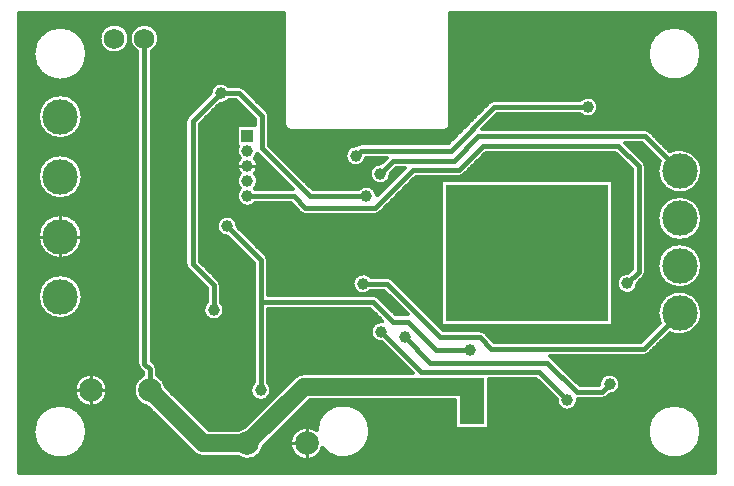
<source format=gbl>
%FSLAX42Y42*%
%MOMM*%
G71*
G01*
G75*
G04 Layer_Physical_Order=2*
%ADD10C,0.25*%
%ADD11R,2.00X2.00*%
%ADD12R,1.25X1.50*%
%ADD13R,4.00X1.80*%
%ADD14R,2.00X4.00*%
%ADD15R,0.75X0.75*%
%ADD16R,1.25X2.80*%
%ADD17R,1.50X1.25*%
%ADD18R,0.91X0.91*%
%ADD19O,2.00X0.60*%
%ADD20R,0.91X1.27*%
%ADD21R,1.25X0.90*%
%ADD22R,0.90X1.25*%
%ADD23R,1.27X0.91*%
%ADD24O,4.00X2.00*%
%ADD25R,2.55X0.90*%
%ADD26O,0.50X2.00*%
%ADD27R,0.50X2.00*%
%ADD28R,1.27X0.51*%
%ADD29R,2.90X5.40*%
%ADD30R,1.50X1.50*%
%ADD31C,0.40*%
%ADD32C,0.25*%
%ADD33C,1.00*%
%ADD34C,1.50*%
%ADD35C,1.25*%
%ADD36C,2.00*%
%ADD37C,1.20*%
%ADD38R,3.48X3.98*%
%ADD39R,7.20X7.85*%
%ADD40R,4.13X2.98*%
%ADD41C,2.00*%
%ADD42R,1.00X1.00*%
%ADD43C,1.00*%
%ADD44C,1.75*%
%ADD45C,3.00*%
%ADD46C,0.30*%
%ADD47R,13.72X11.55*%
%ADD48R,2.02X3.98*%
D31*
X2098Y750D02*
Y1855D01*
X3583Y1090D02*
X3867D01*
X1812Y2140D02*
X2098Y1855D01*
Y1500D02*
X3048D01*
X1810Y2140D02*
Y2142D01*
X5297Y1752D02*
Y2645D01*
X5200Y1655D02*
X5297Y1752D01*
X1985Y2395D02*
X2375D01*
X3978Y2820D02*
X5122D01*
X3385Y2617D02*
X3775D01*
X3978Y2820D01*
X5122D02*
X5297Y2645D01*
X3730Y2692D02*
X3940Y2902D01*
X3220Y2692D02*
X3730D01*
X3110Y2583D02*
X3220Y2692D01*
X2948Y2780D02*
X3708D01*
X4075Y3148D01*
X2475Y2295D02*
X3062D01*
X3385Y2617D01*
X3165Y1652D02*
X3617Y1200D01*
X3950D02*
X4050Y1100D01*
X3617Y1200D02*
X3950D01*
X3341Y1332D02*
X3583Y1090D01*
X3048Y1500D02*
X3216Y1332D01*
X3341D01*
X4522Y985D02*
X4772Y735D01*
X4985D01*
X3533Y985D02*
X4522D01*
X3455Y907D02*
X4453D01*
X4692Y668D01*
X3117Y1245D02*
X3455Y907D01*
X2375Y2395D02*
X2475Y2295D01*
X1112Y977D02*
X1160Y930D01*
X1112Y977D02*
Y3728D01*
X1160Y750D02*
Y930D01*
X1520Y1817D02*
Y3027D01*
Y1817D02*
X1700Y1638D01*
X1520Y3027D02*
X1758Y3265D01*
X1915D02*
X2110Y3070D01*
Y2798D02*
X2515Y2392D01*
X2110Y2798D02*
Y3070D01*
X3317Y1200D02*
X3533Y985D01*
X4985Y735D02*
X5053Y802D01*
X2902Y2735D02*
X2948Y2780D01*
X4075Y3148D02*
X4867D01*
X5347Y2902D02*
X5645Y2605D01*
X3958Y2902D02*
X5347D01*
X2962Y1652D02*
X3165D01*
X5340Y1100D02*
X5645Y1405D01*
X4050Y1100D02*
X5340D01*
X1700Y1430D02*
Y1638D01*
X2515Y2392D02*
X2992D01*
X1760Y3265D02*
X1915D01*
D32*
X535Y750D02*
X660D01*
Y625D02*
Y750D01*
X785D01*
X660D02*
Y875D01*
X2485Y175D02*
Y300D01*
X2360D02*
X2485D01*
Y425D01*
X225Y2052D02*
X400D01*
Y1877D02*
Y2052D01*
X575D01*
X400D02*
Y2227D01*
X1910Y2650D02*
X1985D01*
X2060D01*
D34*
X1985Y300D02*
X2465Y780D01*
X3900D01*
X1160Y750D02*
X1610Y300D01*
X1985D01*
D41*
D03*
X2485D02*
D03*
X1160Y750D02*
D03*
X660D02*
D03*
D42*
X1985Y2905D02*
D03*
D43*
Y2777D02*
D03*
Y2650D02*
D03*
Y2523D02*
D03*
Y2395D02*
D03*
X4200Y1800D02*
D03*
Y1900D02*
D03*
Y2000D02*
D03*
Y2100D02*
D03*
Y2200D02*
D03*
X4500Y1700D02*
D03*
X4400D02*
D03*
X4300D02*
D03*
X4200D02*
D03*
Y2300D02*
D03*
X4300D02*
D03*
X4400D02*
D03*
X4500D02*
D03*
X4100Y1700D02*
D03*
Y1800D02*
D03*
Y1900D02*
D03*
Y2000D02*
D03*
Y2100D02*
D03*
Y2200D02*
D03*
Y2300D02*
D03*
X4000Y1700D02*
D03*
Y1800D02*
D03*
Y1900D02*
D03*
Y2000D02*
D03*
Y2100D02*
D03*
Y2200D02*
D03*
Y2300D02*
D03*
X3317Y1200D02*
D03*
X3117Y1245D02*
D03*
X2098Y750D02*
D03*
X2902Y2735D02*
D03*
X2962Y1652D02*
D03*
X3110Y2583D02*
D03*
X2992Y2392D02*
D03*
X4692Y668D02*
D03*
X3867Y1090D02*
D03*
X1277Y2992D02*
D03*
X1700Y1430D02*
D03*
X1343Y1380D02*
D03*
X938Y2205D02*
D03*
X1812Y2140D02*
D03*
X1314Y3274D02*
D03*
X1245Y2083D02*
D03*
X975Y1485D02*
D03*
X1510Y1445D02*
D03*
X5200Y1655D02*
D03*
X4867Y3148D02*
D03*
X5053Y802D02*
D03*
X3888Y657D02*
D03*
Y788D02*
D03*
Y528D02*
D03*
X2130Y3785D02*
D03*
X1923Y3515D02*
D03*
X2198Y3200D02*
D03*
X2215Y1600D02*
D03*
X2285Y875D02*
D03*
X1945Y1157D02*
D03*
X1675Y575D02*
D03*
X607Y3317D02*
D03*
X2967Y1002D02*
D03*
X1295Y932D02*
D03*
X880Y993D02*
D03*
X2212Y1293D02*
D03*
X1155Y495D02*
D03*
X1240Y1738D02*
D03*
X2995Y2200D02*
D03*
X3258Y2030D02*
D03*
X3565Y2292D02*
D03*
X4380Y2998D02*
D03*
X4000Y3725D02*
D03*
X4600D02*
D03*
X3897Y3123D02*
D03*
X5860Y2415D02*
D03*
X4317Y3730D02*
D03*
X4688Y3005D02*
D03*
X4353Y3400D02*
D03*
X4990Y3235D02*
D03*
X5835Y3838D02*
D03*
X5417Y1925D02*
D03*
X5870Y145D02*
D03*
X5858Y1992D02*
D03*
X4885Y865D02*
D03*
X5865Y595D02*
D03*
X5120Y1525D02*
D03*
X3875Y108D02*
D03*
X3090Y1835D02*
D03*
X4462Y93D02*
D03*
X2948Y2540D02*
D03*
X4167Y1200D02*
D03*
X4740Y177D02*
D03*
X5290Y530D02*
D03*
Y145D02*
D03*
X3425Y262D02*
D03*
X2538Y612D02*
D03*
X800Y478D02*
D03*
X5865Y1602D02*
D03*
X1760Y3265D02*
D03*
X1830Y1933D02*
D03*
X5835Y3415D02*
D03*
X173Y2808D02*
D03*
Y2315D02*
D03*
X167Y1792D02*
D03*
Y1293D02*
D03*
X160Y952D02*
D03*
X155Y607D02*
D03*
X150Y148D02*
D03*
X562Y115D02*
D03*
X155Y3285D02*
D03*
X160Y3855D02*
D03*
X610D02*
D03*
X1745D02*
D03*
X3572Y2895D02*
D03*
X3102D02*
D03*
X2585D02*
D03*
X2240Y125D02*
D03*
X1708Y108D02*
D03*
X1202D02*
D03*
X3080Y162D02*
D03*
X3160Y1523D02*
D03*
X2502Y1602D02*
D03*
X830Y2988D02*
D03*
D44*
X1112Y3728D02*
D03*
X857D02*
D03*
D45*
X5645Y2605D02*
D03*
Y2205D02*
D03*
Y1805D02*
D03*
Y1405D02*
D03*
X400Y1543D02*
D03*
Y2052D02*
D03*
Y2558D02*
D03*
Y3067D02*
D03*
D46*
X628Y400D02*
G03*
X628Y400I-228J0D01*
G01*
X800Y750D02*
G03*
X800Y750I-140J0D01*
G01*
X1529Y219D02*
G03*
X1610Y185I81J81D01*
G01*
X1529Y219D02*
G03*
X1610Y185I81J81D01*
G01*
X1052Y977D02*
G03*
X1070Y935I60J0D01*
G01*
X1052Y977D02*
G03*
X1070Y935I60J0D01*
G01*
X1100Y876D02*
G03*
X1135Y612I60J-126D01*
G01*
X1298Y775D02*
G03*
X1220Y876I-138J-25D01*
G01*
Y930D02*
G03*
X1202Y972I-60J0D01*
G01*
X1220Y930D02*
G03*
X1202Y972I-60J0D01*
G01*
X590Y1543D02*
G03*
X590Y1543I-190J0D01*
G01*
Y2052D02*
G03*
X590Y2052I-190J0D01*
G01*
X1460Y1817D02*
G03*
X1478Y1775I60J0D01*
G01*
X1460Y1817D02*
G03*
X1478Y1775I60J0D01*
G01*
X1905Y185D02*
G03*
X2123Y275I80J115D01*
G01*
X1960Y438D02*
G03*
X1905Y415I25J-138D01*
G01*
X2038Y817D02*
G03*
X2188Y750I60J-67D01*
G01*
G03*
X2158Y817I-90J0D01*
G01*
X2570Y411D02*
G03*
X2619Y261I-85J-111D01*
G01*
X3025Y403D02*
G03*
X2570Y411I-228J0D01*
G01*
X2619Y261D02*
G03*
X3025Y403I178J142D01*
G01*
X2465Y895D02*
G03*
X2384Y861I0J-115D01*
G01*
X2465Y895D02*
G03*
X2384Y861I0J-115D01*
G01*
X1640Y1497D02*
G03*
X1790Y1430I60J-67D01*
G01*
X1760Y1638D02*
G03*
X1742Y1680I-60J0D01*
G01*
X1760Y1638D02*
G03*
X1742Y1680I-60J0D01*
G01*
X1790Y1430D02*
G03*
X1760Y1497I-90J0D01*
G01*
X2158Y1855D02*
G03*
X2140Y1897I-60J0D01*
G01*
X2158Y1855D02*
G03*
X2140Y1897I-60J0D01*
G01*
X590Y2558D02*
G03*
X590Y2558I-190J0D01*
G01*
Y3067D02*
G03*
X590Y3067I-190J0D01*
G01*
X628Y3600D02*
G03*
X628Y3600I-228J0D01*
G01*
X985Y3728D02*
G03*
X985Y3728I-127J0D01*
G01*
X1173Y3615D02*
G03*
X1240Y3728I-60J112D01*
G01*
G03*
X1052Y3615I-127J0D01*
G01*
X1902Y2140D02*
G03*
X1818Y2050I-90J0D01*
G01*
X1902Y2135D02*
G03*
X1902Y2140I-90J5D01*
G01*
X1921Y2459D02*
G03*
X2052Y2335I64J-64D01*
G01*
Y2455D02*
G03*
X2049Y2459I-67J-60D01*
G01*
G03*
X2075Y2523I-64J64D01*
G01*
X1921Y2586D02*
G03*
X1921Y2459I64J-64D01*
G01*
Y2714D02*
G03*
X1921Y2586I64J-64D01*
G01*
X1903Y2815D02*
G03*
X1921Y2714I82J-38D01*
G01*
X2433Y2253D02*
G03*
X2475Y2235I42J42D01*
G01*
X2433Y2253D02*
G03*
X2475Y2235I42J42D01*
G01*
X2075Y2523D02*
G03*
X2049Y2586I-90J0D01*
G01*
Y2586D02*
G03*
X2075Y2650I-64J64D01*
G01*
G03*
X2049Y2714I-90J0D01*
G01*
G03*
X2071Y2751I-64J64D01*
G01*
X1478Y3070D02*
G03*
X1460Y3027I42J-42D01*
G01*
X1478Y3070D02*
G03*
X1460Y3027I42J-42D01*
G01*
X1753Y3175D02*
G03*
X1827Y3205I7J90D01*
G01*
Y3325D02*
G03*
X1670Y3262I-67J-60D01*
G01*
X2297Y3000D02*
G03*
X2350Y2947I53J0D01*
G01*
X2297Y3000D02*
G03*
X2350Y2947I53J0D01*
G01*
X1957Y3307D02*
G03*
X1915Y3325I-42J-42D01*
G01*
X1957Y3307D02*
G03*
X1915Y3325I-42J-42D01*
G01*
X2170Y3070D02*
G03*
X2152Y3112I-60J0D01*
G01*
X2170Y3070D02*
G03*
X2152Y3112I-60J0D01*
G01*
X3992Y1242D02*
G03*
X3950Y1260I-42J-42D01*
G01*
X3992Y1242D02*
G03*
X3950Y1260I-42J-42D01*
G01*
X4565Y1027D02*
G03*
X4546Y1040I-42J-42D01*
G01*
X4565Y1027D02*
G03*
X4546Y1040I-42J-42D01*
G01*
X3128Y1334D02*
G03*
X3123Y1155I-11J-89D01*
G01*
X3090Y1542D02*
G03*
X3048Y1560I-42J-42D01*
G01*
X3090Y1542D02*
G03*
X3048Y1560I-42J-42D01*
G01*
X3207Y1695D02*
G03*
X3165Y1712I-42J-42D01*
G01*
X3207Y1695D02*
G03*
X3165Y1712I-42J-42D01*
G01*
X3030D02*
G03*
X3030Y1593I-67J-60D01*
G01*
X4603Y673D02*
G03*
X4783Y668I90J-5D01*
G01*
G03*
X4782Y675I-90J0D01*
G01*
X4985D02*
G03*
X5027Y693I0J60D01*
G01*
X4985Y675D02*
G03*
X5027Y693I0J60D01*
G01*
X5142Y802D02*
G03*
X4963Y797I-90J0D01*
G01*
X5828Y400D02*
G03*
X5828Y400I-228J0D01*
G01*
X5047Y713D02*
G03*
X5142Y802I5J90D01*
G01*
X5340Y1040D02*
G03*
X5382Y1058I0J60D01*
G01*
X5340Y1040D02*
G03*
X5382Y1058I0J60D01*
G01*
X5290Y1655D02*
G03*
X5290Y1660I-90J0D01*
G01*
X5205Y1745D02*
G03*
X5290Y1655I-5J-90D01*
G01*
X5340Y1710D02*
G03*
X5358Y1752I-42J42D01*
G01*
X5340Y1710D02*
G03*
X5358Y1752I-42J42D01*
G01*
X5560Y1235D02*
G03*
X5835Y1405I85J170D01*
G01*
G03*
X5475Y1320I-190J0D01*
G01*
X5835Y1805D02*
G03*
X5835Y1805I-190J0D01*
G01*
X3082Y2400D02*
G03*
X2925Y2452I-90J-7D01*
G01*
X3062Y2235D02*
G03*
X3105Y2253I0J60D01*
G01*
X3062Y2235D02*
G03*
X3105Y2253I0J60D01*
G01*
X2908Y2825D02*
G03*
X2991Y2720I-5J-90D01*
G01*
X2948Y2840D02*
G03*
X2908Y2825I0J-60D01*
G01*
X2948Y2840D02*
G03*
X2908Y2825I0J-60D01*
G01*
X3200Y2583D02*
G03*
X3200Y2588I-90J0D01*
G01*
X3115Y2672D02*
G03*
X3200Y2583I-5J-90D01*
G01*
X3775Y2558D02*
G03*
X3817Y2575I0J60D01*
G01*
X3775Y2558D02*
G03*
X3817Y2575I0J60D01*
G01*
X3650Y2947D02*
G03*
X3703Y3000I0J53D01*
G01*
X3650Y2947D02*
G03*
X3703Y3000I0J53D01*
G01*
X4075Y3208D02*
G03*
X4033Y3190I0J-60D01*
G01*
X4075Y3208D02*
G03*
X4033Y3190I0J-60D01*
G01*
X4800Y3088D02*
G03*
X4958Y3148I67J60D01*
G01*
G03*
X4800Y3208I-90J0D01*
G01*
X5835Y2205D02*
G03*
X5835Y2205I-190J0D01*
G01*
X5358Y2645D02*
G03*
X5340Y2687I-60J0D01*
G01*
X5358Y2645D02*
G03*
X5340Y2687I-60J0D01*
G01*
X5390Y2945D02*
G03*
X5347Y2962I-42J-42D01*
G01*
X5390Y2945D02*
G03*
X5347Y2962I-42J-42D01*
G01*
X5475Y2690D02*
G03*
X5835Y2605I170J-85D01*
G01*
G03*
X5560Y2775I-190J0D01*
G01*
X5828Y3600D02*
G03*
X5828Y3600I-228J0D01*
G01*
X53Y240D02*
X238D01*
X53Y220D02*
X261D01*
X53Y300D02*
X195D01*
X53Y260D02*
X220D01*
X53Y280D02*
X206D01*
X190Y53D02*
Y312D01*
X230Y53D02*
Y249D01*
X210Y53D02*
Y275D01*
X53Y320D02*
X187D01*
X270Y53D02*
Y213D01*
X250Y53D02*
Y229D01*
X53Y360D02*
X176D01*
X53Y340D02*
X180D01*
X53Y380D02*
X173D01*
X53Y400D02*
X172D01*
X53Y420D02*
X173D01*
X53Y440D02*
X176D01*
X53Y460D02*
X180D01*
X53Y480D02*
X187D01*
X53Y500D02*
X195D01*
X53Y520D02*
X206D01*
X53Y540D02*
X220D01*
X310Y53D02*
Y191D01*
X330Y53D02*
Y183D01*
X53Y180D02*
X341D01*
X350Y53D02*
Y178D01*
X370Y53D02*
Y174D01*
X390Y53D02*
Y173D01*
X410Y53D02*
Y173D01*
X430Y53D02*
Y174D01*
X450Y53D02*
Y178D01*
X470Y53D02*
Y183D01*
X490Y53D02*
Y191D01*
X290Y53D02*
Y201D01*
X510Y53D02*
Y201D01*
X53Y200D02*
X291D01*
X509D02*
X1553D01*
X530Y53D02*
Y213D01*
X550Y53D02*
Y229D01*
X570Y53D02*
Y249D01*
X580Y260D02*
X1487D01*
X539Y220D02*
X1527D01*
X562Y240D02*
X1507D01*
X53Y560D02*
X238D01*
X53Y580D02*
X261D01*
X53Y600D02*
X291D01*
X53Y620D02*
X341D01*
X53Y640D02*
X573D01*
X530Y587D02*
Y698D01*
X570Y551D02*
Y643D01*
X550Y571D02*
Y663D01*
X53Y680D02*
X539D01*
X459Y620D02*
X608D01*
X53Y660D02*
X553D01*
X53Y720D02*
X523D01*
X53Y700D02*
X529D01*
X53Y740D02*
X520D01*
X53Y760D02*
X520D01*
X53Y780D02*
X523D01*
X53Y800D02*
X529D01*
X53Y820D02*
X539D01*
X53Y840D02*
X553D01*
X53Y860D02*
X573D01*
X53Y880D02*
X608D01*
X53Y920D02*
X1085D01*
X53Y900D02*
X1100D01*
X53Y980D02*
X1052D01*
X53Y940D02*
X1066D01*
X53Y960D02*
X1055D01*
X509Y600D02*
X1147D01*
X562Y560D02*
X1187D01*
X539Y580D02*
X1167D01*
X53Y1000D02*
X1052D01*
X53Y1020D02*
X1052D01*
X53Y1040D02*
X1052D01*
X53Y1060D02*
X1052D01*
X53Y1080D02*
X1052D01*
X53Y1100D02*
X1052D01*
X53Y1120D02*
X1052D01*
X53Y1140D02*
X1052D01*
X53Y1160D02*
X1052D01*
X53Y1180D02*
X1052D01*
X53Y1200D02*
X1052D01*
X53Y1220D02*
X1052D01*
X53Y1240D02*
X1052D01*
X53Y1260D02*
X1052D01*
X590Y53D02*
Y274D01*
X610Y53D02*
Y312D01*
X630Y53D02*
Y613D01*
X650Y53D02*
Y610D01*
X670Y53D02*
Y610D01*
X690Y53D02*
Y613D01*
X1170Y53D02*
Y577D01*
X1150Y53D02*
Y597D01*
X1190Y53D02*
Y557D01*
X1230Y53D02*
Y517D01*
X1210Y53D02*
Y537D01*
X710Y53D02*
Y619D01*
X730Y53D02*
Y629D01*
X750Y53D02*
Y643D01*
X770Y53D02*
Y663D01*
X790Y53D02*
Y698D01*
X1030Y53D02*
Y698D01*
X1070Y53D02*
Y643D01*
X1050Y53D02*
Y663D01*
X1090Y53D02*
Y629D01*
X1130Y53D02*
Y613D01*
X1110Y53D02*
Y619D01*
X1470Y53D02*
Y277D01*
X1490Y53D02*
Y257D01*
X1510Y53D02*
Y237D01*
X1530Y53D02*
Y217D01*
X1550Y53D02*
Y202D01*
X1570Y53D02*
Y192D01*
X1590Y53D02*
Y187D01*
X1610Y53D02*
Y185D01*
X1630Y53D02*
Y185D01*
X1250Y53D02*
Y497D01*
X1290Y53D02*
Y457D01*
X1270Y53D02*
Y477D01*
X1310Y53D02*
Y437D01*
X1330Y53D02*
Y417D01*
X1135Y612D02*
X1529Y219D01*
X1350Y53D02*
Y397D01*
X1390Y53D02*
Y357D01*
X1370Y53D02*
Y377D01*
X1410Y53D02*
Y337D01*
X1450Y53D02*
Y297D01*
X1430Y53D02*
Y317D01*
X590Y526D02*
Y629D01*
X610Y488D02*
Y619D01*
X747Y640D02*
X1073D01*
X791Y700D02*
X1029D01*
X767Y660D02*
X1053D01*
X781Y680D02*
X1039D01*
X797Y720D02*
X1023D01*
X800Y740D02*
X1020D01*
X800Y760D02*
X1020D01*
X781Y820D02*
X1039D01*
X767Y840D02*
X1053D01*
X747Y860D02*
X1073D01*
X712Y880D02*
X1100D01*
X797Y780D02*
X1023D01*
X791Y800D02*
X1029D01*
X1070Y857D02*
Y935D01*
X1090Y871D02*
Y915D01*
X605Y300D02*
X1447D01*
X594Y280D02*
X1467D01*
X613Y480D02*
X1267D01*
X613Y320D02*
X1427D01*
X620Y340D02*
X1407D01*
X628Y400D02*
X1347D01*
X624Y360D02*
X1387D01*
X627Y380D02*
X1367D01*
X620Y460D02*
X1287D01*
X627Y420D02*
X1327D01*
X624Y440D02*
X1307D01*
X580Y540D02*
X1207D01*
X605Y500D02*
X1247D01*
X594Y520D02*
X1227D01*
X1070Y935D02*
X1100Y905D01*
X712Y620D02*
X1108D01*
X1100Y876D02*
Y905D01*
X1220Y876D02*
Y930D01*
X1173Y1002D02*
X1202Y972D01*
X53Y1380D02*
X302D01*
X53Y1360D02*
X347D01*
X53Y1440D02*
X240D01*
X53Y1400D02*
X274D01*
X53Y1420D02*
X255D01*
X250Y571D02*
Y1426D01*
X290Y599D02*
Y1388D01*
X270Y587D02*
Y1404D01*
X310Y609D02*
Y1375D01*
X350Y622D02*
Y1359D01*
X330Y617D02*
Y1366D01*
X53Y53D02*
Y3947D01*
X70Y53D02*
Y3947D01*
X90Y53D02*
Y3947D01*
X53Y1460D02*
X229D01*
X110Y53D02*
Y3947D01*
X130Y53D02*
Y3947D01*
X150Y53D02*
Y3947D01*
X170Y53D02*
Y3947D01*
X190Y488D02*
Y3512D01*
X230Y551D02*
Y1458D01*
X210Y525D02*
Y3475D01*
X370Y626D02*
Y1355D01*
X53Y1280D02*
X1052D01*
X53Y1300D02*
X1052D01*
X53Y1320D02*
X1052D01*
X53Y1340D02*
X1052D01*
X390Y627D02*
Y1353D01*
X450Y622D02*
Y1359D01*
X470Y617D02*
Y1366D01*
X410Y627D02*
Y1353D01*
X430Y626D02*
Y1355D01*
X453Y1360D02*
X1052D01*
X490Y609D02*
Y1375D01*
X510Y599D02*
Y1388D01*
X498Y1380D02*
X1052D01*
X526Y1400D02*
X1052D01*
X530Y802D02*
Y1404D01*
X550Y837D02*
Y1426D01*
X570Y857D02*
Y1458D01*
X545Y1420D02*
X1052D01*
X560Y1440D02*
X1052D01*
X571Y1460D02*
X1052D01*
X53Y1480D02*
X221D01*
X53Y1500D02*
X215D01*
X53Y1520D02*
X211D01*
X53Y1540D02*
X210D01*
X53Y1560D02*
X211D01*
X53Y1580D02*
X214D01*
X53Y1600D02*
X219D01*
X53Y1620D02*
X227D01*
X53Y1640D02*
X237D01*
X53Y1660D02*
X251D01*
X53Y1680D02*
X269D01*
X230Y1627D02*
Y1968D01*
X250Y1659D02*
Y1936D01*
X270Y1681D02*
Y1914D01*
X53Y1700D02*
X294D01*
X53Y1720D02*
X332D01*
X290Y1697D02*
Y1898D01*
X330Y1719D02*
Y1876D01*
X310Y1710D02*
Y1885D01*
X350Y1726D02*
Y1869D01*
X370Y1730D02*
Y1865D01*
X390Y1732D02*
Y1863D01*
X53Y1740D02*
X1052D01*
X53Y1760D02*
X1052D01*
X53Y1780D02*
X1052D01*
X53Y1800D02*
X1052D01*
X53Y1820D02*
X1052D01*
X573Y1620D02*
X1052D01*
X563Y1640D02*
X1052D01*
X549Y1660D02*
X1052D01*
X531Y1680D02*
X1052D01*
X506Y1700D02*
X1052D01*
X468Y1720D02*
X1052D01*
X410Y1732D02*
Y1863D01*
X430Y1730D02*
Y1865D01*
X450Y1726D02*
Y1869D01*
X53Y1840D02*
X1052D01*
X53Y1860D02*
X1052D01*
X530Y1681D02*
Y1914D01*
X550Y1659D02*
Y1936D01*
X570Y1627D02*
Y1968D01*
X470Y1719D02*
Y1876D01*
X490Y1710D02*
Y1885D01*
X510Y1697D02*
Y1898D01*
X790Y802D02*
Y3619D01*
X810Y53D02*
Y3609D01*
X590Y871D02*
Y1541D01*
X610Y881D02*
Y3512D01*
X770Y837D02*
Y3635D01*
X830Y53D02*
Y3603D01*
X850Y53D02*
Y3600D01*
X870Y53D02*
Y3601D01*
X890Y53D02*
Y3604D01*
X910Y53D02*
Y3611D01*
X930Y53D02*
Y3623D01*
X630Y887D02*
Y3947D01*
X710Y881D02*
Y3947D01*
X650Y890D02*
Y3947D01*
X670Y890D02*
Y3947D01*
X690Y887D02*
Y3947D01*
X950Y53D02*
Y3640D01*
X970Y53D02*
Y3667D01*
X990Y53D02*
Y3692D01*
X730Y871D02*
Y3947D01*
X1010Y53D02*
Y3652D01*
X750Y857D02*
Y3659D01*
X1490Y583D02*
Y1763D01*
X1510Y563D02*
Y1743D01*
X1030Y802D02*
Y3630D01*
X1470Y603D02*
Y1784D01*
X1050Y837D02*
Y3616D01*
X1590Y483D02*
Y1663D01*
X1630Y443D02*
Y1373D01*
X1610Y463D02*
Y1643D01*
X1530Y543D02*
Y1723D01*
X1570Y503D02*
Y1683D01*
X1550Y523D02*
Y1703D01*
X1290Y802D02*
Y3947D01*
X1310Y763D02*
Y3947D01*
X1330Y743D02*
Y3947D01*
X1230Y871D02*
Y3678D01*
X1250Y857D02*
Y3947D01*
X1270Y837D02*
Y3947D01*
X1410Y663D02*
Y3947D01*
X1430Y643D02*
Y3947D01*
X1450Y623D02*
Y3947D01*
X1350Y723D02*
Y3947D01*
X1370Y703D02*
Y3947D01*
X1390Y683D02*
Y3947D01*
X579Y1480D02*
X1052D01*
X585Y1500D02*
X1052D01*
X589Y1520D02*
X1052D01*
X590Y1540D02*
X1052D01*
X581Y1600D02*
X1052D01*
X589Y1560D02*
X1052D01*
X586Y1580D02*
X1052D01*
X1173Y1740D02*
X1513D01*
X1173Y1800D02*
X1463D01*
X1173Y1760D02*
X1493D01*
X1173Y1780D02*
X1473D01*
X590Y1544D02*
Y2051D01*
X1052Y977D02*
Y3615D01*
X1173Y1820D02*
X1460D01*
X1173Y1840D02*
X1460D01*
X1173Y1860D02*
X1460D01*
X1173Y1002D02*
Y3615D01*
X1190Y985D02*
Y3626D01*
X1210Y963D02*
Y3645D01*
X1460Y1817D02*
Y3027D01*
X1173Y1380D02*
X1625D01*
X1173Y1360D02*
X1643D01*
X1173Y1420D02*
X1611D01*
X1173Y1400D02*
X1615D01*
X1173Y1440D02*
X1611D01*
X1173Y1460D02*
X1615D01*
X1173Y1480D02*
X1625D01*
X1173Y1500D02*
X1640D01*
X1173Y1520D02*
X1640D01*
X1173Y1540D02*
X1640D01*
X1173Y1560D02*
X1640D01*
X1173Y1660D02*
X1593D01*
X1173Y1620D02*
X1633D01*
X1173Y1640D02*
X1613D01*
X1173Y1720D02*
X1533D01*
X1173Y1680D02*
X1573D01*
X1173Y1700D02*
X1553D01*
X1630Y1487D02*
Y1623D01*
X1640Y1497D02*
Y1613D01*
X1630Y1792D02*
Y3053D01*
X1580Y1842D02*
Y3003D01*
X1590Y1832D02*
Y3013D01*
X1610Y1812D02*
Y3033D01*
X1650Y53D02*
Y185D01*
X1670Y53D02*
Y185D01*
X1690Y53D02*
Y185D01*
X1710Y53D02*
Y185D01*
X1730Y53D02*
Y185D01*
X1930Y53D02*
Y171D01*
X1970Y53D02*
Y161D01*
X1950Y53D02*
Y164D01*
X1990Y53D02*
Y160D01*
X2010Y53D02*
Y162D01*
X2030Y53D02*
Y167D01*
X1750Y53D02*
Y185D01*
X1770Y53D02*
Y185D01*
X1790Y53D02*
Y185D01*
X1610D02*
X1905D01*
X459Y180D02*
X1913D01*
X1810Y53D02*
Y185D01*
X1830Y53D02*
Y185D01*
X1850Y53D02*
Y185D01*
X1870Y53D02*
Y185D01*
X1890Y53D02*
Y185D01*
X1910Y53D02*
Y182D01*
X53Y53D02*
X5947D01*
X53Y60D02*
X5947D01*
X53Y80D02*
X5947D01*
X53Y100D02*
X5947D01*
X53Y120D02*
X5947D01*
X2050Y53D02*
Y176D01*
X53Y140D02*
X5947D01*
X2070Y53D02*
Y189D01*
X2083Y200D02*
X2387D01*
X53Y160D02*
X5947D01*
X2057Y180D02*
X2413D01*
X2090Y53D02*
Y207D01*
X2110Y53D02*
Y237D01*
X2100Y220D02*
X2370D01*
X2111Y240D02*
X2359D01*
X2130Y53D02*
Y282D01*
X2119Y260D02*
X2351D01*
X2150Y53D02*
Y302D01*
X2128Y280D02*
X2346D01*
X2148Y300D02*
X2345D01*
X2123Y275D02*
X2513Y665D01*
X1593Y480D02*
X2002D01*
X1573Y500D02*
X2022D01*
X1373Y700D02*
X2023D01*
X1553Y520D02*
X2042D01*
X1393Y680D02*
X2041D01*
X1658Y415D02*
X1905D01*
X1653Y420D02*
X1913D01*
X1633Y440D02*
X1962D01*
X1613Y460D02*
X1982D01*
X2030Y508D02*
Y690D01*
X1291Y800D02*
X2023D01*
X1281Y820D02*
X2038D01*
X1267Y840D02*
X2038D01*
X1247Y860D02*
X2038D01*
X1220Y880D02*
X2038D01*
X1298Y775D02*
X1658Y415D01*
X1353Y720D02*
X2013D01*
X2010Y488D02*
Y729D01*
X1333Y740D02*
X2008D01*
X1313Y760D02*
X2008D01*
X1297Y780D02*
X2013D01*
X1493Y580D02*
X2102D01*
X1473Y600D02*
X2122D01*
X1453Y620D02*
X2142D01*
X1433Y640D02*
X2162D01*
X1413Y660D02*
X2182D01*
X1533Y540D02*
X2062D01*
X1513Y560D02*
X2082D01*
X2070Y548D02*
Y664D01*
X2090Y568D02*
Y660D01*
X2110Y588D02*
Y661D01*
X2130Y608D02*
Y666D01*
X1220Y900D02*
X2038D01*
X1960Y438D02*
X2384Y861D01*
X1220Y920D02*
X2038D01*
X1219Y940D02*
X2038D01*
X1212Y960D02*
X2038D01*
X1195Y980D02*
X2038D01*
X2050Y528D02*
Y674D01*
X2150Y628D02*
Y677D01*
X2154Y680D02*
X2202D01*
X2158Y820D02*
X2342D01*
X2170Y53D02*
Y322D01*
X2190Y53D02*
Y342D01*
X2168Y320D02*
X2346D01*
X2188Y340D02*
X2351D01*
X2208Y360D02*
X2359D01*
X2210Y53D02*
Y362D01*
X2350Y53D02*
Y263D01*
X2230Y53D02*
Y382D01*
X2370Y53D02*
Y220D01*
X2410Y53D02*
Y182D01*
X2390Y53D02*
Y197D01*
X2250Y53D02*
Y402D01*
X2270Y53D02*
Y422D01*
X2228Y380D02*
X2370D01*
X2248Y400D02*
X2387D01*
X2268Y420D02*
X2413D01*
X2290Y53D02*
Y442D01*
X2310Y53D02*
Y462D01*
X2330Y53D02*
Y482D01*
X2350Y337D02*
Y502D01*
X2370Y380D02*
Y522D01*
X2390Y403D02*
Y542D01*
X2430Y53D02*
Y171D01*
X2450Y53D02*
Y164D01*
X2470Y53D02*
Y161D01*
X2490Y53D02*
Y160D01*
X2510Y53D02*
Y162D01*
X2530Y53D02*
Y167D01*
X2550Y53D02*
Y176D01*
X2570Y53D02*
Y189D01*
X2590Y53D02*
Y207D01*
X2557Y180D02*
X2749D01*
X2583Y200D02*
X2693D01*
X2570Y412D02*
Y665D01*
X2610Y53D02*
Y237D01*
X2650Y53D02*
Y229D01*
X2630Y53D02*
Y248D01*
X2611Y240D02*
X2638D01*
X2600Y220D02*
X2661D01*
X2410Y418D02*
Y562D01*
X2430Y429D02*
Y582D01*
X2170Y648D02*
Y697D01*
X2288Y440D02*
X2483D01*
X2450Y436D02*
Y602D01*
X2530Y433D02*
Y665D01*
X2557Y420D02*
X2570D01*
X2550Y424D02*
Y665D01*
X2470Y439D02*
Y622D01*
X2490Y440D02*
Y642D01*
X2510Y438D02*
Y662D01*
X2172Y700D02*
X2222D01*
X2172Y800D02*
X2322D01*
X2158Y840D02*
X2362D01*
X2158Y860D02*
X2382D01*
X2158Y880D02*
X2408D01*
X2182Y720D02*
X2242D01*
X2187Y740D02*
X2262D01*
X2187Y760D02*
X2282D01*
X2182Y780D02*
X2302D01*
X2308Y460D02*
X2577D01*
X2328Y480D02*
X2583D01*
X2348Y500D02*
X2592D01*
X2368Y520D02*
X2602D01*
X2388Y540D02*
X2616D01*
X2487Y440D02*
X2573D01*
X2408Y560D02*
X2633D01*
X2428Y580D02*
X2655D01*
X2448Y600D02*
X2684D01*
X2468Y620D02*
X2730D01*
X2488Y640D02*
X3745D01*
X2465Y895D02*
X3383D01*
X2508Y660D02*
X3745D01*
X2158Y900D02*
X3378D01*
X2158Y960D02*
X3318D01*
X2158Y920D02*
X3358D01*
X2158Y940D02*
X3338D01*
X2590Y496D02*
Y665D01*
X2610Y532D02*
Y665D01*
X2630Y557D02*
Y665D01*
X2650Y576D02*
Y665D01*
X2670Y591D02*
Y665D01*
X2513D02*
X3745D01*
X1670Y415D02*
Y1345D01*
X1690Y415D02*
Y1341D01*
X1650Y423D02*
Y1355D01*
X1710Y415D02*
Y1341D01*
X1730Y415D02*
Y1345D01*
X1750Y415D02*
Y1355D01*
X1770Y415D02*
Y1373D01*
X1790Y415D02*
Y1429D01*
X2038Y817D02*
Y1500D01*
X2030Y810D02*
Y1838D01*
X1810Y415D02*
Y2050D01*
X1830Y415D02*
Y2038D01*
X1850Y415D02*
Y2018D01*
X1890Y415D02*
Y1978D01*
X1870Y415D02*
Y1998D01*
X1910Y418D02*
Y1958D01*
X1950Y436D02*
Y1918D01*
X1930Y429D02*
Y1938D01*
X1970Y448D02*
Y1898D01*
X2010Y771D02*
Y1858D01*
X1990Y468D02*
Y1878D01*
X1175Y1000D02*
X2038D01*
X1173Y1020D02*
X2038D01*
X1173Y1040D02*
X2038D01*
X1173Y1060D02*
X2038D01*
X1173Y1080D02*
X2038D01*
X2158Y1020D02*
X3258D01*
X2158Y980D02*
X3298D01*
X2158Y1000D02*
X3278D01*
X1173Y1100D02*
X2038D01*
X2158Y1040D02*
X3238D01*
X1173Y1120D02*
X2038D01*
X1173Y1140D02*
X2038D01*
X1173Y1160D02*
X2038D01*
X1173Y1180D02*
X2038D01*
X1173Y1200D02*
X2038D01*
X1173Y1220D02*
X2038D01*
X1173Y1240D02*
X2038D01*
X1173Y1260D02*
X2038D01*
X1173Y1280D02*
X2038D01*
X1173Y1300D02*
X2038D01*
X1173Y1320D02*
X2038D01*
X1173Y1340D02*
X2038D01*
X1757Y1360D02*
X2038D01*
X1173Y1580D02*
X1640D01*
X1173Y1600D02*
X1640D01*
X1478Y1775D02*
X1640Y1613D01*
X1775Y1380D02*
X2038D01*
X1785Y1400D02*
X2038D01*
X1789Y1420D02*
X2038D01*
X1760Y1497D02*
Y1638D01*
X1789Y1440D02*
X2038D01*
X1670Y1752D02*
Y3093D01*
X1580Y1842D02*
X1742Y1680D01*
X1650Y1772D02*
Y3073D01*
X1582Y1840D02*
X2028D01*
X1580Y1860D02*
X2008D01*
X1750Y1671D02*
Y2075D01*
X1790Y1431D02*
Y2053D01*
X1770Y1487D02*
Y2061D01*
X1690Y1732D02*
Y3113D01*
X1730Y1692D02*
Y2104D01*
X1710Y1712D02*
Y3133D01*
X1760Y1500D02*
X2038D01*
X1760Y1520D02*
X2038D01*
X1760Y1540D02*
X2038D01*
X1760Y1560D02*
X2038D01*
X1756Y1660D02*
X2038D01*
X1785Y1460D02*
X2038D01*
X1775Y1480D02*
X2038D01*
X1760Y1580D02*
X2038D01*
X1760Y1600D02*
X2038D01*
X1760Y1620D02*
X2038D01*
X1760Y1640D02*
X2038D01*
X1702Y1720D02*
X2038D01*
X1682Y1740D02*
X2038D01*
X1662Y1760D02*
X2038D01*
X1642Y1780D02*
X2038D01*
X1622Y1800D02*
X2038D01*
X1602Y1820D02*
X2038D01*
Y1500D02*
Y1830D01*
X1742Y1680D02*
X2038D01*
X1722Y1700D02*
X2038D01*
X1818Y2050D02*
X2038Y1830D01*
X2190Y668D02*
Y1440D01*
X2210Y688D02*
Y1440D01*
X2158Y817D02*
Y1440D01*
X2170Y803D02*
Y1440D01*
X2230Y708D02*
Y1440D01*
X2250Y728D02*
Y1440D01*
X2270Y748D02*
Y1440D01*
X2290Y768D02*
Y1440D01*
X2310Y788D02*
Y1440D01*
X2330Y808D02*
Y1440D01*
X2350Y828D02*
Y1440D01*
X2370Y848D02*
Y1440D01*
X2390Y867D02*
Y1440D01*
X2410Y881D02*
Y1440D01*
X2430Y890D02*
Y1440D01*
X2450Y894D02*
Y1440D01*
X2470Y895D02*
Y1440D01*
X2490Y895D02*
Y1440D01*
X2510Y895D02*
Y1440D01*
X2530Y895D02*
Y1440D01*
X2550Y895D02*
Y1440D01*
X2570Y895D02*
Y1440D01*
X2158Y1080D02*
X3198D01*
X2158Y1060D02*
X3218D01*
X2158Y1140D02*
X3138D01*
X2158Y1100D02*
X3178D01*
X2158Y1120D02*
X3158D01*
X2158Y1200D02*
X3040D01*
X2158Y1160D02*
X3088D01*
X2158Y1180D02*
X3055D01*
X2158Y1220D02*
X3031D01*
X2158Y1240D02*
X3028D01*
X2158Y1260D02*
X3029D01*
X2158Y1280D02*
X3035D01*
X2158Y1300D02*
X3046D01*
X2158Y1320D02*
X3068D01*
X2158Y1380D02*
X3083D01*
X2158Y1340D02*
X3123D01*
X2158Y1360D02*
X3103D01*
X2590Y895D02*
Y1440D01*
X2610Y895D02*
Y1440D01*
X2630Y895D02*
Y1440D01*
X2650Y895D02*
Y1440D01*
X2158Y1400D02*
X3063D01*
X2670Y895D02*
Y1440D01*
X2158Y1560D02*
Y1855D01*
X2390Y1560D02*
Y2295D01*
X2410Y1560D02*
Y2275D01*
X2450Y1560D02*
Y2240D01*
X2430Y1560D02*
Y2255D01*
X2470Y1560D02*
Y2235D01*
X2490Y1560D02*
Y2235D01*
X2510Y1560D02*
Y2235D01*
X2530Y1560D02*
Y2235D01*
X2550Y1560D02*
Y2235D01*
X2570Y1560D02*
Y2235D01*
X2170Y1560D02*
Y2335D01*
X2190Y1560D02*
Y2335D01*
X2210Y1560D02*
Y2335D01*
X2230Y1560D02*
Y2335D01*
X2250Y1560D02*
Y2335D01*
X2270Y1560D02*
Y2335D01*
X2290Y1560D02*
Y2335D01*
X2310Y1560D02*
Y2335D01*
X2330Y1560D02*
Y2335D01*
X2370Y1560D02*
Y2315D01*
X2350Y1560D02*
Y2335D01*
X2158Y1440D02*
X3023D01*
X2158Y1420D02*
X3043D01*
X2158Y1580D02*
X2909D01*
X2158Y1440D02*
X3023D01*
X2158Y1560D02*
X3048D01*
X2158Y1640D02*
X2873D01*
X2158Y1600D02*
X2889D01*
X2158Y1620D02*
X2879D01*
X2158Y1660D02*
X2873D01*
X2158Y1680D02*
X2877D01*
X2158Y1700D02*
X2886D01*
X2158Y1720D02*
X2903D01*
X2158Y1740D02*
X2941D01*
X2158Y1760D02*
X3625D01*
X2158Y1780D02*
X3625D01*
X2158Y1800D02*
X3625D01*
X2158Y1820D02*
X3625D01*
X2590Y1560D02*
Y2235D01*
X2610Y1560D02*
Y2235D01*
X2630Y1560D02*
Y2235D01*
X2650Y1560D02*
Y2235D01*
X2158Y1840D02*
X3625D01*
X2670Y1560D02*
Y2235D01*
X53Y1920D02*
X264D01*
X53Y1900D02*
X287D01*
X53Y1980D02*
X224D01*
X53Y1940D02*
X247D01*
X53Y1960D02*
X234D01*
X53Y2020D02*
X213D01*
X53Y2000D02*
X217D01*
X53Y2040D02*
X210D01*
X53Y2060D02*
X210D01*
X53Y2080D02*
X212D01*
X53Y2100D02*
X216D01*
X53Y2120D02*
X222D01*
X53Y2140D02*
X231D01*
X53Y2160D02*
X243D01*
X53Y2180D02*
X259D01*
X53Y2200D02*
X280D01*
X230Y2137D02*
Y2474D01*
X270Y2191D02*
Y2420D01*
X250Y2169D02*
Y2442D01*
X290Y2207D02*
Y2404D01*
X53Y2220D02*
X310D01*
X310Y2220D02*
Y2391D01*
X53Y1880D02*
X320D01*
X53Y2240D02*
X369D01*
X53Y2260D02*
X1052D01*
X53Y2280D02*
X1052D01*
X480Y1880D02*
X1052D01*
X490Y2220D02*
X1052D01*
X431Y2240D02*
X1052D01*
X330Y2229D02*
Y2382D01*
X350Y2236D02*
Y2375D01*
X370Y2240D02*
Y2371D01*
X53Y2300D02*
X1052D01*
X53Y2320D02*
X1052D01*
X450Y2236D02*
Y2375D01*
X470Y2229D02*
Y2382D01*
X490Y2220D02*
Y2391D01*
X390Y2242D02*
Y2369D01*
X410Y2242D02*
Y2369D01*
X430Y2240D02*
Y2371D01*
X53Y2400D02*
X295D01*
X53Y2380D02*
X335D01*
X53Y2460D02*
X238D01*
X53Y2420D02*
X270D01*
X53Y2440D02*
X251D01*
X53Y2500D02*
X219D01*
X53Y2480D02*
X227D01*
X53Y2520D02*
X214D01*
X53Y2540D02*
X211D01*
X53Y2560D02*
X210D01*
X53Y2580D02*
X211D01*
X53Y2600D02*
X215D01*
X53Y2620D02*
X220D01*
X53Y2640D02*
X228D01*
X53Y2660D02*
X239D01*
X53Y2680D02*
X254D01*
X53Y2700D02*
X273D01*
X53Y2720D02*
X300D01*
X290Y2713D02*
Y2912D01*
X310Y2726D02*
Y2899D01*
X330Y2735D02*
Y2890D01*
X53Y2900D02*
X309D01*
X53Y2340D02*
X1052D01*
X53Y2360D02*
X1052D01*
X53Y2740D02*
X344D01*
X53Y2760D02*
X1052D01*
X53Y2780D02*
X1052D01*
X465Y2380D02*
X1052D01*
X456Y2740D02*
X1052D01*
X53Y2800D02*
X1052D01*
X53Y2820D02*
X1052D01*
X53Y2840D02*
X1052D01*
X350Y2742D02*
Y2883D01*
X370Y2746D02*
Y2879D01*
X390Y2748D02*
Y2877D01*
X53Y2880D02*
X364D01*
X53Y2860D02*
X1052D01*
X410Y2748D02*
Y2877D01*
X430Y2746D02*
Y2879D01*
X470Y2735D02*
Y2890D01*
X490Y2726D02*
Y2899D01*
X450Y2742D02*
Y2883D01*
X436Y2880D02*
X1052D01*
X491Y2900D02*
X1052D01*
X513Y1900D02*
X1052D01*
X536Y1920D02*
X1052D01*
X553Y1940D02*
X1052D01*
X566Y1960D02*
X1052D01*
X576Y1980D02*
X1052D01*
X583Y2000D02*
X1052D01*
X1173Y1880D02*
X1460D01*
X587Y2020D02*
X1052D01*
X590Y2040D02*
X1052D01*
X590Y2060D02*
X1052D01*
X588Y2080D02*
X1052D01*
X550Y2169D02*
Y2442D01*
X541Y2180D02*
X1052D01*
X510Y2207D02*
Y2404D01*
X520Y2200D02*
X1052D01*
X530Y2191D02*
Y2420D01*
X590Y2054D02*
Y2557D01*
X584Y2100D02*
X1052D01*
X578Y2120D02*
X1052D01*
X570Y2137D02*
Y2474D01*
X569Y2140D02*
X1052D01*
X557Y2160D02*
X1052D01*
X1173Y1900D02*
X1460D01*
X1173Y1920D02*
X1460D01*
X1173Y1940D02*
X1460D01*
X1173Y1960D02*
X1460D01*
X1173Y1980D02*
X1460D01*
X1173Y2000D02*
X1460D01*
X1173Y2020D02*
X1460D01*
X1173Y2040D02*
X1460D01*
X1173Y2060D02*
X1460D01*
X1173Y2080D02*
X1460D01*
X1173Y2100D02*
X1460D01*
X1173Y2120D02*
X1460D01*
X1173Y2140D02*
X1460D01*
X1173Y2160D02*
X1460D01*
X1173Y2180D02*
X1460D01*
X1173Y2200D02*
X1460D01*
X1173Y2220D02*
X1460D01*
X1173Y2240D02*
X1460D01*
X1173Y2260D02*
X1460D01*
X1173Y2280D02*
X1460D01*
X1173Y2300D02*
X1460D01*
X1173Y2320D02*
X1460D01*
X1173Y2340D02*
X1460D01*
X505Y2400D02*
X1052D01*
X530Y2420D02*
X1052D01*
X549Y2440D02*
X1052D01*
X562Y2460D02*
X1052D01*
X573Y2480D02*
X1052D01*
X1173Y2360D02*
X1460D01*
X1173Y2380D02*
X1460D01*
X1173Y2400D02*
X1460D01*
X581Y2500D02*
X1052D01*
X1173Y2420D02*
X1460D01*
X1173Y2440D02*
X1460D01*
X572Y2640D02*
X1052D01*
X561Y2660D02*
X1052D01*
X546Y2680D02*
X1052D01*
X527Y2700D02*
X1052D01*
X500Y2720D02*
X1052D01*
X586Y2520D02*
X1052D01*
X589Y2540D02*
X1052D01*
X590Y2560D02*
X1052D01*
X589Y2580D02*
X1052D01*
X585Y2600D02*
X1052D01*
X580Y2620D02*
X1052D01*
X1173Y2460D02*
X1460D01*
X1173Y2480D02*
X1460D01*
X1173Y2500D02*
X1460D01*
X1173Y2520D02*
X1460D01*
X1173Y2540D02*
X1460D01*
X1173Y2560D02*
X1460D01*
X1173Y2580D02*
X1460D01*
X1173Y2600D02*
X1460D01*
X1173Y2620D02*
X1460D01*
X1173Y2640D02*
X1460D01*
X1173Y2660D02*
X1460D01*
X1173Y2680D02*
X1460D01*
X1173Y2700D02*
X1460D01*
X1173Y2720D02*
X1460D01*
X1173Y2740D02*
X1460D01*
X1173Y2760D02*
X1460D01*
X1173Y2780D02*
X1460D01*
X1173Y2800D02*
X1460D01*
X1173Y2820D02*
X1460D01*
X1173Y2840D02*
X1460D01*
X1173Y2860D02*
X1460D01*
X1173Y2880D02*
X1460D01*
X1173Y2900D02*
X1460D01*
X53Y2940D02*
X258D01*
X53Y2920D02*
X279D01*
X53Y3000D02*
X222D01*
X53Y2960D02*
X243D01*
X53Y2980D02*
X231D01*
X230Y2643D02*
Y2982D01*
X270Y2697D02*
Y2928D01*
X250Y2675D02*
Y2950D01*
X53Y3040D02*
X212D01*
X53Y3020D02*
X216D01*
X53Y3060D02*
X210D01*
X53Y3080D02*
X210D01*
X53Y3100D02*
X213D01*
X53Y3120D02*
X218D01*
X53Y3140D02*
X225D01*
X53Y3160D02*
X235D01*
X230Y3151D02*
Y3449D01*
X53Y3180D02*
X248D01*
X250Y3183D02*
Y3429D01*
X53Y3200D02*
X265D01*
X53Y3220D02*
X288D01*
X270Y3205D02*
Y3413D01*
X53Y3240D02*
X323D01*
X53Y3260D02*
X1052D01*
X53Y3280D02*
X1052D01*
X53Y3300D02*
X1052D01*
X53Y3320D02*
X1052D01*
X510Y2713D02*
Y2912D01*
X512Y3220D02*
X1052D01*
X477Y3240D02*
X1052D01*
X53Y3340D02*
X1052D01*
X53Y3360D02*
X1052D01*
X290Y3221D02*
Y3401D01*
X310Y3234D02*
Y3391D01*
X330Y3243D02*
Y3383D01*
X350Y3250D02*
Y3378D01*
X370Y3254D02*
Y3374D01*
X430Y3254D02*
Y3374D01*
X470Y3243D02*
Y3383D01*
X490Y3234D02*
Y3391D01*
X390Y3256D02*
Y3373D01*
X410Y3256D02*
Y3373D01*
X450Y3250D02*
Y3378D01*
X53Y3440D02*
X238D01*
X53Y3420D02*
X261D01*
X53Y3500D02*
X195D01*
X53Y3460D02*
X220D01*
X53Y3480D02*
X206D01*
X53Y3560D02*
X176D01*
X53Y3520D02*
X187D01*
X53Y3540D02*
X180D01*
X53Y3580D02*
X173D01*
X53Y3600D02*
X172D01*
X53Y3620D02*
X173D01*
X53Y3640D02*
X176D01*
X53Y3660D02*
X180D01*
X53Y3680D02*
X187D01*
X53Y3700D02*
X195D01*
X53Y3720D02*
X206D01*
X190Y3688D02*
Y3947D01*
X53Y3740D02*
X220D01*
X210Y3725D02*
Y3947D01*
X230Y3751D02*
Y3947D01*
X53Y3760D02*
X238D01*
X250Y3771D02*
Y3947D01*
X53Y3400D02*
X291D01*
X53Y3380D02*
X341D01*
X53Y3780D02*
X261D01*
X53Y3800D02*
X291D01*
X53Y3820D02*
X341D01*
X459Y3380D02*
X1052D01*
X509Y3400D02*
X1052D01*
X509Y3800D02*
X753D01*
X459Y3820D02*
X770D01*
X53Y3840D02*
X797D01*
X270Y3787D02*
Y3947D01*
X290Y3799D02*
Y3947D01*
X310Y3809D02*
Y3947D01*
X330Y3817D02*
Y3947D01*
X350Y3822D02*
Y3947D01*
X370Y3826D02*
Y3947D01*
X390Y3827D02*
Y3947D01*
X470Y3817D02*
Y3947D01*
X490Y3809D02*
Y3947D01*
X410Y3827D02*
Y3947D01*
X430Y3826D02*
Y3947D01*
X450Y3822D02*
Y3947D01*
X530Y2697D02*
Y2928D01*
X550Y2675D02*
Y2950D01*
X510Y3221D02*
Y3401D01*
X521Y2920D02*
X1052D01*
X542Y2940D02*
X1052D01*
X570Y2643D02*
Y2982D01*
X557Y2960D02*
X1052D01*
X590Y2560D02*
Y3065D01*
X569Y2980D02*
X1052D01*
X578Y3000D02*
X1052D01*
X584Y3020D02*
X1052D01*
X570Y3151D02*
Y3449D01*
X590Y3068D02*
Y3474D01*
X530Y3205D02*
Y3413D01*
X550Y3183D02*
Y3429D01*
X624Y3640D02*
X765D01*
X627Y3620D02*
X789D01*
X926D02*
X1044D01*
X620Y3660D02*
X749D01*
X950Y3640D02*
X1020D01*
X966Y3660D02*
X1004D01*
X582Y3120D02*
X1052D01*
X575Y3140D02*
X1052D01*
X565Y3160D02*
X1052D01*
X552Y3180D02*
X1052D01*
X535Y3200D02*
X1052D01*
X588Y3040D02*
X1052D01*
X1173Y2920D02*
X1460D01*
X1173Y2940D02*
X1460D01*
X590Y3060D02*
X1052D01*
X590Y3080D02*
X1052D01*
X587Y3100D02*
X1052D01*
X539Y3420D02*
X1052D01*
X562Y3440D02*
X1052D01*
X580Y3460D02*
X1052D01*
X594Y3480D02*
X1052D01*
X605Y3500D02*
X1052D01*
X613Y3520D02*
X1052D01*
X620Y3540D02*
X1052D01*
X624Y3560D02*
X1052D01*
X627Y3580D02*
X1052D01*
X628Y3600D02*
X1052D01*
X550Y3771D02*
Y3947D01*
X562Y3760D02*
X734D01*
X510Y3799D02*
Y3947D01*
X539Y3780D02*
X741D01*
X530Y3787D02*
Y3947D01*
X605Y3700D02*
X733D01*
X613Y3680D02*
X739D01*
X594Y3720D02*
X730D01*
X570Y3751D02*
Y3947D01*
X580Y3740D02*
X731D01*
X590Y3726D02*
Y3947D01*
X610Y3688D02*
Y3947D01*
X750Y3796D02*
Y3947D01*
X770Y3820D02*
Y3947D01*
X790Y3836D02*
Y3947D01*
X810Y3846D02*
Y3947D01*
X830Y3852D02*
Y3947D01*
X910Y3844D02*
Y3947D01*
X930Y3832D02*
Y3947D01*
X850Y3855D02*
Y3947D01*
X870Y3854D02*
Y3947D01*
X890Y3851D02*
Y3947D01*
X974Y3780D02*
X996D01*
X962Y3800D02*
X1008D01*
X950Y3815D02*
Y3947D01*
X945Y3820D02*
X1025D01*
X918Y3840D02*
X1052D01*
X984Y3740D02*
X986D01*
X976Y3680D02*
X994D01*
X982Y3700D02*
X988D01*
X970Y3788D02*
Y3947D01*
X981Y3760D02*
X989D01*
X990Y3763D02*
Y3947D01*
X1010Y3803D02*
Y3947D01*
X1030Y3825D02*
Y3947D01*
X1050Y3839D02*
Y3947D01*
X1070Y3848D02*
Y3947D01*
X1090Y3853D02*
Y3947D01*
X1110Y3855D02*
Y3947D01*
X1190Y3829D02*
Y3947D01*
X1210Y3810D02*
Y3947D01*
X1230Y3777D02*
Y3947D01*
X1130Y3854D02*
Y3947D01*
X1150Y3849D02*
Y3947D01*
X1170Y3841D02*
Y3947D01*
X1580Y1920D02*
X1948D01*
X1580Y1900D02*
X1968D01*
X1580Y1980D02*
X1888D01*
X1580Y1940D02*
X1928D01*
X1580Y1960D02*
X1908D01*
X1580Y2040D02*
X1828D01*
X1580Y2000D02*
X1868D01*
X1580Y2020D02*
X1848D01*
X1580Y2100D02*
X1732D01*
X1580Y2060D02*
X1771D01*
X1580Y2080D02*
X1745D01*
X1580Y2120D02*
X1725D01*
X1580Y2140D02*
X1723D01*
X1580Y2160D02*
X1725D01*
X1580Y2180D02*
X1732D01*
X1580Y2200D02*
X1745D01*
X1950Y2087D02*
Y2312D01*
X1930Y2107D02*
Y2324D01*
X1580Y2220D02*
X1771D01*
X1910Y2127D02*
Y2345D01*
X1580Y1880D02*
X1988D01*
X1902Y2135D02*
X2140Y1897D01*
X1917Y2120D02*
X3625D01*
X1902Y2140D02*
X3625D01*
X1900Y2160D02*
X3625D01*
X2037Y2000D02*
X3625D01*
X2017Y2020D02*
X3625D01*
X1997Y2040D02*
X3625D01*
X1977Y2060D02*
X3625D01*
X1957Y2080D02*
X3625D01*
X1937Y2100D02*
X3625D01*
X1580Y2240D02*
X2451D01*
X1854Y2220D02*
X3625D01*
X1580Y2300D02*
X2385D01*
X1580Y2260D02*
X2425D01*
X1580Y2280D02*
X2405D01*
X1990Y2047D02*
Y2305D01*
X2010Y2027D02*
Y2309D01*
X2030Y2007D02*
Y2317D01*
X1970Y2067D02*
Y2306D01*
X1893Y2180D02*
X3625D01*
X1880Y2200D02*
X3625D01*
X1580Y2360D02*
X1902D01*
X1580Y2380D02*
X1896D01*
X1580Y2400D02*
X1895D01*
X1580Y2420D02*
X1899D01*
X1580Y2440D02*
X1907D01*
X1580Y2500D02*
X1898D01*
X1580Y2520D02*
X1895D01*
X1580Y2540D02*
X1897D01*
X1580Y2620D02*
X1900D01*
X1580Y2640D02*
X1896D01*
X1580Y2660D02*
X1896D01*
X1580Y2680D02*
X1900D01*
X1580Y2760D02*
X1897D01*
X1580Y2780D02*
X1895D01*
X1580Y2800D02*
X1898D01*
X1580Y2820D02*
X1895D01*
X1580Y2840D02*
X1895D01*
X1580Y2860D02*
X1895D01*
X1580Y2880D02*
X1895D01*
X1580Y2900D02*
X1895D01*
X1580Y2920D02*
X1895D01*
X1580Y2940D02*
X1895D01*
X1580Y2340D02*
X1914D01*
X1580Y2320D02*
X1935D01*
X1580Y2480D02*
X1906D01*
X1580Y2460D02*
X1920D01*
X1580Y2560D02*
X1903D01*
X1910Y2445D02*
Y2473D01*
X2035Y2320D02*
X2365D01*
X1580Y2580D02*
X1916D01*
X1580Y2600D02*
X1910D01*
X1580Y2700D02*
X1910D01*
X1580Y2720D02*
X1916D01*
X1580Y2740D02*
X1903D01*
X1910Y2572D02*
Y2600D01*
Y2700D02*
Y2728D01*
X1895Y2815D02*
X1903D01*
X2050Y1987D02*
Y2333D01*
X2070Y1967D02*
Y2335D01*
X2050Y2457D02*
Y2460D01*
X2070Y2455D02*
Y2493D01*
X2072Y2500D02*
X2323D01*
X2110Y1927D02*
Y2335D01*
X2130Y1907D02*
Y2335D01*
X2150Y1884D02*
Y2335D01*
X2090Y1947D02*
Y2335D01*
X2310Y2455D02*
Y2513D01*
X2075Y2520D02*
X2303D01*
X2090Y2455D02*
Y2733D01*
X2110Y2455D02*
Y2713D01*
X2130Y2455D02*
Y2693D01*
X2170Y2455D02*
Y2653D01*
X2150Y2455D02*
Y2673D01*
X2190Y2455D02*
Y2633D01*
X2230Y2455D02*
Y2593D01*
X2210Y2455D02*
Y2613D01*
X2250Y2455D02*
Y2573D01*
X2290Y2455D02*
Y2533D01*
X2270Y2455D02*
Y2553D01*
X2117Y1920D02*
X3625D01*
X2097Y1940D02*
X3625D01*
X2052Y2335D02*
X2350D01*
X2077Y1960D02*
X3625D01*
X2057Y1980D02*
X3625D01*
X2157Y1860D02*
X3625D01*
X2152Y1880D02*
X3625D01*
X2137Y1900D02*
X3625D01*
X2475Y2235D02*
X3062D01*
X2052Y2455D02*
X2368D01*
X2071Y2751D02*
X2368Y2455D01*
X2170Y2822D02*
X2540Y2452D01*
X2330Y2455D02*
Y2493D01*
X2050Y2460D02*
X2363D01*
X2064Y2480D02*
X2343D01*
X2350Y2455D02*
Y2473D01*
X2350Y2335D02*
X2433Y2253D01*
X2540Y2452D02*
X2925D01*
X2532Y2460D02*
X2933D01*
X2512Y2480D02*
X2971D01*
X2492Y2500D02*
X3074D01*
X2054Y2580D02*
X2243D01*
X2050Y2585D02*
Y2588D01*
X2060Y2600D02*
X2223D01*
X2070Y2552D02*
Y2620D01*
X2073Y2540D02*
X2283D01*
X2067Y2560D02*
X2263D01*
X2074Y2660D02*
X2163D01*
X2070Y2620D02*
X2203D01*
X2074Y2640D02*
X2183D01*
X2060Y2700D02*
X2123D01*
X2050Y2712D02*
Y2715D01*
X2054Y2720D02*
X2103D01*
X2350Y2642D02*
Y2947D01*
X2370Y2622D02*
Y2947D01*
X2390Y2602D02*
Y2947D01*
X2070Y2680D02*
Y2748D01*
X2070Y2680D02*
X2143D01*
X2067Y2740D02*
X2083D01*
X2332Y2660D02*
X2853D01*
X2352Y2640D02*
X3041D01*
X2272Y2720D02*
X2814D01*
X2312Y2680D02*
X2831D01*
X2292Y2700D02*
X2820D01*
X2432Y2560D02*
X3023D01*
X2472Y2520D02*
X3045D01*
X2452Y2540D02*
X3031D01*
X2412Y2580D02*
X3020D01*
X2392Y2600D02*
X3022D01*
X2372Y2620D02*
X3028D01*
X2172Y2820D02*
X2873D01*
X2170Y2840D02*
X2946D01*
X2170Y2860D02*
X3703D01*
X2170Y2880D02*
X3723D01*
X2170Y2900D02*
X3743D01*
X2170Y2920D02*
X3763D01*
X2410Y2582D02*
Y2947D01*
X2252Y2740D02*
X2813D01*
X2232Y2760D02*
X2816D01*
X2212Y2780D02*
X2825D01*
X2192Y2800D02*
X2840D01*
X2170Y2940D02*
X3783D01*
X1173Y2960D02*
X1460D01*
X1173Y2980D02*
X1460D01*
X1173Y3000D02*
X1460D01*
X1173Y3020D02*
X1460D01*
X1173Y3040D02*
X1461D01*
X1173Y3060D02*
X1470D01*
X1173Y3080D02*
X1488D01*
X1173Y3100D02*
X1508D01*
X1173Y3120D02*
X1528D01*
X1470Y3061D02*
Y3947D01*
X1173Y3140D02*
X1548D01*
X1173Y3160D02*
X1568D01*
X1173Y3180D02*
X1588D01*
X1173Y3200D02*
X1608D01*
X1490Y3082D02*
Y3947D01*
X1510Y3102D02*
Y3947D01*
X1530Y3122D02*
Y3947D01*
X1550Y3142D02*
Y3947D01*
X1570Y3162D02*
Y3947D01*
X1590Y3182D02*
Y3947D01*
X1580Y2960D02*
X1895D01*
X1580Y2980D02*
X1895D01*
X1580Y3000D02*
X2050D01*
X1597Y3020D02*
X2050D01*
X1617Y3040D02*
X2050D01*
X1730Y2176D02*
Y3153D01*
X1637Y3060D02*
X2035D01*
X1657Y3080D02*
X2015D01*
X1717Y3140D02*
X1955D01*
X1677Y3100D02*
X1995D01*
X1697Y3120D02*
X1975D01*
X1610Y3202D02*
Y3947D01*
X1580Y3003D02*
X1753Y3175D01*
X1478Y3070D02*
X1670Y3262D01*
X1173Y3220D02*
X1628D01*
X1173Y3240D02*
X1648D01*
X1630Y3222D02*
Y3947D01*
X1750Y2205D02*
Y3173D01*
X1770Y2219D02*
Y3176D01*
X1790Y2227D02*
Y3180D01*
X1737Y3160D02*
X1935D01*
X1790Y3180D02*
X1915D01*
X1173Y3260D02*
X1668D01*
X1173Y3280D02*
X1671D01*
X1173Y3300D02*
X1677D01*
X1173Y3320D02*
X1689D01*
X1173Y3340D02*
X1710D01*
X1173Y3360D02*
X2297D01*
X1173Y3380D02*
X2297D01*
X1173Y3400D02*
X2297D01*
X1173Y3420D02*
X2297D01*
X1173Y3440D02*
X2297D01*
X1650Y3242D02*
Y3947D01*
X1670Y3262D02*
Y3947D01*
X1173Y3460D02*
X2297D01*
X1173Y3480D02*
X2297D01*
X1173Y3500D02*
X2297D01*
X1690Y3322D02*
Y3947D01*
X1710Y3340D02*
Y3947D01*
X1730Y3350D02*
Y3947D01*
X1750Y3354D02*
Y3947D01*
X1770Y3354D02*
Y3947D01*
X1790Y3350D02*
Y3947D01*
X1173Y3520D02*
X2297D01*
X1173Y3540D02*
X2297D01*
X1173Y3560D02*
X2297D01*
X1173Y3580D02*
X2297D01*
X1173Y3600D02*
X2297D01*
X1181Y3620D02*
X2297D01*
X1205Y3640D02*
X2297D01*
X1221Y3660D02*
X2297D01*
X1231Y3680D02*
X2297D01*
X1237Y3700D02*
X2297D01*
X1240Y3720D02*
X2297D01*
X53Y3860D02*
X2297D01*
X53Y3880D02*
X2297D01*
X53Y3900D02*
X2297D01*
X53Y3920D02*
X2297D01*
X53Y3940D02*
X2297D01*
X53Y3947D02*
X2297D01*
X1239Y3740D02*
X2297D01*
X1236Y3760D02*
X2297D01*
X1229Y3780D02*
X2297D01*
X1217Y3800D02*
X2297D01*
X1200Y3820D02*
X2297D01*
X1173Y3840D02*
X2297D01*
X1895Y2815D02*
Y2995D01*
X2050D01*
X1930D02*
Y3165D01*
X1970Y2995D02*
Y3125D01*
X1950Y2995D02*
Y3145D01*
X1990Y2995D02*
Y3105D01*
X2170Y2822D02*
Y3070D01*
X2010Y2995D02*
Y3085D01*
X2030Y2995D02*
Y3065D01*
X2050Y2995D02*
Y3045D01*
X2050Y2995D02*
Y3045D01*
X1870Y2209D02*
Y3205D01*
X1890Y2186D02*
Y3205D01*
X1810Y2230D02*
Y3190D01*
X1830Y2228D02*
Y3205D01*
X1850Y2222D02*
Y3205D01*
X2230Y2762D02*
Y3947D01*
X2250Y2742D02*
Y3947D01*
X2270Y2722D02*
Y3947D01*
X1910Y2995D02*
Y3185D01*
X2190Y2802D02*
Y3947D01*
X2210Y2782D02*
Y3947D01*
X2490Y2502D02*
Y2947D01*
X2510Y2482D02*
Y2947D01*
X2430Y2562D02*
Y2947D01*
X2450Y2542D02*
Y2947D01*
X2470Y2522D02*
Y2947D01*
X2550Y2452D02*
Y2947D01*
X2570Y2452D02*
Y2947D01*
X2590Y2452D02*
Y2947D01*
X2530Y2462D02*
Y2947D01*
X2610Y2452D02*
Y2947D01*
X2630Y2452D02*
Y2947D01*
X2290Y2702D02*
Y3947D01*
X2170Y2980D02*
X2301D01*
X2170Y2960D02*
X2316D01*
X2170Y3000D02*
X2297D01*
X2330Y2662D02*
Y2951D01*
X2650Y2452D02*
Y2947D01*
X2670Y2452D02*
Y2947D01*
X2297Y3000D02*
Y3947D01*
X2350Y2947D02*
X3650D01*
X2310Y2682D02*
Y2966D01*
X1827Y3205D02*
X1890D01*
X1822Y3200D02*
X1895D01*
X1810Y3340D02*
Y3947D01*
X1827Y3325D02*
X1915D01*
X1830D02*
Y3947D01*
X1890Y3205D02*
X2050Y3045D01*
X1850Y3325D02*
Y3947D01*
X1870Y3325D02*
Y3947D01*
X1890Y3325D02*
Y3947D01*
X1970Y3295D02*
Y3947D01*
X1990Y3275D02*
Y3947D01*
X1910Y3325D02*
Y3947D01*
X1930Y3323D02*
Y3947D01*
X1950Y3314D02*
Y3947D01*
X2070Y3195D02*
Y3947D01*
X2090Y3175D02*
Y3947D01*
X2110Y3155D02*
Y3947D01*
X2010Y3255D02*
Y3947D01*
X2030Y3235D02*
Y3947D01*
X2050Y3215D02*
Y3947D01*
X2145Y3120D02*
X2297D01*
X2125Y3140D02*
X2297D01*
X2105Y3160D02*
X2297D01*
X2085Y3180D02*
X2297D01*
X2170Y3020D02*
X2297D01*
X2170Y3040D02*
X2297D01*
X2170Y3060D02*
X2297D01*
X2169Y3080D02*
X2297D01*
X2162Y3100D02*
X2297D01*
X1957Y3307D02*
X2152Y3112D01*
X2005Y3260D02*
X2297D01*
X1985Y3280D02*
X2297D01*
X1965Y3300D02*
X2297D01*
X1939Y3320D02*
X2297D01*
X1810Y3340D02*
X2297D01*
X2130Y3135D02*
Y3947D01*
X2150Y3115D02*
Y3947D01*
X2170Y3071D02*
Y3947D01*
X2065Y3200D02*
X2297D01*
X2045Y3220D02*
X2297D01*
X2025Y3240D02*
X2297D01*
X2690Y53D02*
Y202D01*
X2710Y53D02*
Y192D01*
X2730Y53D02*
Y185D01*
X2770Y53D02*
Y176D01*
X2750Y53D02*
Y180D01*
X2790Y53D02*
Y175D01*
X2810Y53D02*
Y175D01*
X2830Y53D02*
Y177D01*
X2850Y53D02*
Y181D01*
X2870Y53D02*
Y187D01*
X2890Y53D02*
Y194D01*
X2670Y53D02*
Y214D01*
X2910Y53D02*
Y205D01*
X2930Y53D02*
Y217D01*
X2950Y53D02*
Y233D01*
X2970Y53D02*
Y254D01*
X2990Y53D02*
Y281D01*
X3010Y53D02*
Y321D01*
X3030Y53D02*
Y665D01*
X3050Y53D02*
Y665D01*
X3070Y53D02*
Y665D01*
X3090Y53D02*
Y665D01*
X3110Y53D02*
Y665D01*
X3130Y53D02*
Y665D01*
X3150Y53D02*
Y665D01*
X3022Y440D02*
X3745D01*
X3170Y53D02*
Y665D01*
X3190Y53D02*
Y665D01*
X3210Y53D02*
Y665D01*
X3230Y53D02*
Y665D01*
X3250Y53D02*
Y665D01*
X3270Y53D02*
Y665D01*
X3290Y53D02*
Y665D01*
X3310Y53D02*
Y665D01*
X3330Y53D02*
Y665D01*
X3350Y53D02*
Y665D01*
X3370Y53D02*
Y665D01*
X3390Y53D02*
Y665D01*
X3410Y53D02*
Y665D01*
X3430Y53D02*
Y665D01*
X3450Y53D02*
Y665D01*
X3470Y53D02*
Y665D01*
X3490Y53D02*
Y665D01*
X3510Y53D02*
Y665D01*
X2690Y603D02*
Y665D01*
X2710Y613D02*
Y665D01*
X2730Y620D02*
Y665D01*
X2750Y625D02*
Y665D01*
X2770Y629D02*
Y665D01*
X2850Y624D02*
Y665D01*
X2870Y618D02*
Y665D01*
X2890Y611D02*
Y665D01*
X2790Y630D02*
Y665D01*
X2810Y630D02*
Y665D01*
X2830Y628D02*
Y665D01*
X2970Y551D02*
Y665D01*
X2990Y524D02*
Y665D01*
X2910Y600D02*
Y665D01*
X2930Y588D02*
Y665D01*
X2950Y572D02*
Y665D01*
X3010Y484D02*
Y665D01*
X3050Y895D02*
Y1185D01*
X3030Y895D02*
Y1224D01*
X3070Y895D02*
Y1169D01*
X3090Y895D02*
Y1159D01*
X3110Y895D02*
Y1155D01*
X2979Y540D02*
X3745D01*
X2962Y560D02*
X3745D01*
X2940Y580D02*
X3745D01*
X2911Y600D02*
X3745D01*
X2865Y620D02*
X3745D01*
X3018Y460D02*
X3745D01*
X3012Y480D02*
X3745D01*
X3003Y500D02*
X3745D01*
X3350Y895D02*
Y928D01*
X2993Y520D02*
X3745D01*
X3370Y895D02*
Y908D01*
X3130Y895D02*
Y1148D01*
X3150Y895D02*
Y1128D01*
X3123Y1155D02*
X3383Y895D01*
X3170D02*
Y1108D01*
X3210Y895D02*
Y1068D01*
X3190Y895D02*
Y1088D01*
X3230Y895D02*
Y1048D01*
X3270Y895D02*
Y1008D01*
X3250Y895D02*
Y1028D01*
X3290Y895D02*
Y988D01*
X3330Y895D02*
Y948D01*
X3310Y895D02*
Y968D01*
X3750Y53D02*
Y420D01*
X3770Y53D02*
Y420D01*
X3790Y53D02*
Y420D01*
X3810Y53D02*
Y420D01*
X3830Y53D02*
Y420D01*
X3850Y53D02*
Y420D01*
X3870Y53D02*
Y420D01*
X3890Y53D02*
Y420D01*
X3910Y53D02*
Y420D01*
X3930Y53D02*
Y420D01*
X3950Y53D02*
Y420D01*
X3530Y53D02*
Y665D01*
X3550Y53D02*
Y665D01*
X3570Y53D02*
Y665D01*
X3590Y53D02*
Y665D01*
X3610Y53D02*
Y665D01*
X3630Y53D02*
Y665D01*
X3650Y53D02*
Y665D01*
X3670Y53D02*
Y665D01*
X3690Y53D02*
Y665D01*
X3710Y53D02*
Y665D01*
X3730Y53D02*
Y665D01*
X3970Y53D02*
Y420D01*
X3990Y53D02*
Y420D01*
X4010Y53D02*
Y420D01*
X4030Y53D02*
Y848D01*
X4050Y53D02*
Y848D01*
X4070Y53D02*
Y848D01*
X4090Y53D02*
Y848D01*
X4110Y53D02*
Y848D01*
X4130Y53D02*
Y848D01*
X4150Y53D02*
Y848D01*
X4170Y53D02*
Y848D01*
X4190Y53D02*
Y848D01*
X4210Y53D02*
Y848D01*
X4230Y53D02*
Y848D01*
X4250Y53D02*
Y848D01*
X4270Y53D02*
Y848D01*
X4290Y53D02*
Y848D01*
X4310Y53D02*
Y848D01*
X4330Y53D02*
Y848D01*
X4350Y53D02*
Y848D01*
X4370Y53D02*
Y848D01*
X4390Y53D02*
Y848D01*
X4410Y53D02*
Y848D01*
X3745Y420D02*
Y665D01*
Y420D02*
X4028D01*
X3642Y1260D02*
X3950D01*
X4028Y820D02*
X4455D01*
X3992Y1242D02*
X4075Y1160D01*
X4430Y53D02*
Y845D01*
X4470Y53D02*
Y805D01*
X4450Y53D02*
Y825D01*
X4028Y420D02*
Y848D01*
Y840D02*
X4435D01*
X4028Y848D02*
X4428D01*
X3650Y1260D02*
Y1298D01*
X3670Y1260D02*
Y1298D01*
X3602Y1300D02*
X3625D01*
X3630Y1272D02*
Y1298D01*
X3690Y1260D02*
Y1298D01*
X3710Y1260D02*
Y1298D01*
X3730Y1260D02*
Y1298D01*
X3750Y1260D02*
Y1298D01*
X3770Y1260D02*
Y1298D01*
X4028Y640D02*
X4607D01*
X4028Y660D02*
X4603D01*
X4028Y720D02*
X4555D01*
X4028Y680D02*
X4595D01*
X4028Y700D02*
X4575D01*
X4530Y53D02*
Y745D01*
X4570Y53D02*
Y705D01*
X4550Y53D02*
Y725D01*
X4028Y740D02*
X4535D01*
X4610Y53D02*
Y632D01*
X4590Y53D02*
Y685D01*
X4490Y53D02*
Y785D01*
X4510Y53D02*
Y765D01*
X4428Y848D02*
X4603Y673D01*
X4028Y800D02*
X4475D01*
X4028Y760D02*
X4515D01*
X4028Y780D02*
X4495D01*
X4570Y1022D02*
Y1040D01*
X4590Y1002D02*
Y1040D01*
X4610Y982D02*
Y1040D01*
X4550Y1038D02*
Y1040D01*
X2690Y895D02*
Y1440D01*
X2710Y895D02*
Y1440D01*
X2730Y895D02*
Y1440D01*
X2750Y895D02*
Y1440D01*
X2770Y895D02*
Y1440D01*
X2790Y895D02*
Y1440D01*
X3030Y1266D02*
Y1433D01*
X2810Y895D02*
Y1440D01*
X3050Y1305D02*
Y1413D01*
X3090Y1331D02*
Y1373D01*
X3070Y1321D02*
Y1393D01*
X2830Y895D02*
Y1440D01*
X2850Y895D02*
Y1440D01*
X2870Y895D02*
Y1440D01*
X2890Y895D02*
Y1440D01*
X2910Y895D02*
Y1440D01*
X2930Y895D02*
Y1440D01*
X2950Y895D02*
Y1440D01*
X2970Y895D02*
Y1440D01*
X2990Y895D02*
Y1440D01*
X3010Y895D02*
Y1440D01*
X3070Y1556D02*
Y1593D01*
X3023Y1440D02*
X3128Y1334D01*
X3110Y1335D02*
Y1353D01*
X3132Y1500D02*
X3233D01*
X3112Y1520D02*
X3213D01*
X3210Y1422D02*
Y1523D01*
X3212Y1420D02*
X3313D01*
X3192Y1440D02*
X3293D01*
X3190Y1442D02*
Y1543D01*
X3172Y1460D02*
X3273D01*
X3152Y1480D02*
X3253D01*
X3090Y1542D02*
X3240Y1392D01*
X3092Y1540D02*
X3193D01*
X3090Y1542D02*
Y1593D01*
X3170Y1462D02*
Y1563D01*
X3140Y1593D02*
X3341Y1392D01*
X3207Y1695D02*
X3642Y1260D01*
X3110Y1522D02*
Y1593D01*
X3150Y1482D02*
Y1583D01*
X3130Y1502D02*
Y1593D01*
X2690Y1560D02*
Y2235D01*
X2710Y1560D02*
Y2235D01*
X2730Y1560D02*
Y2235D01*
X2750Y1560D02*
Y2235D01*
X2770Y1560D02*
Y2235D01*
X2890Y1560D02*
Y1599D01*
X2930Y1560D02*
Y1569D01*
X2910Y1560D02*
Y1579D01*
X2950Y1560D02*
Y1563D01*
X2970Y1560D02*
Y1563D01*
X2990Y1560D02*
Y1567D01*
X2790Y1560D02*
Y2235D01*
X2810Y1560D02*
Y2235D01*
X2830Y1560D02*
Y2235D01*
X2850Y1560D02*
Y2235D01*
X2870Y1560D02*
Y2235D01*
X2890Y1706D02*
Y2235D01*
X2910Y1726D02*
Y2235D01*
X2930Y1736D02*
Y2235D01*
X2950Y1742D02*
Y2235D01*
X2970Y1742D02*
Y2235D01*
X2990Y1738D02*
Y2235D01*
X3010Y1560D02*
Y1576D01*
X3030Y1560D02*
Y1593D01*
X3030D02*
X3140D01*
X3016Y1580D02*
X3153D01*
X3022Y1720D02*
X3625D01*
X3050Y1560D02*
Y1593D01*
X3049Y1560D02*
X3173D01*
X3030Y1712D02*
X3165D01*
X3202Y1700D02*
X3625D01*
X3030Y1712D02*
Y2235D01*
X3050Y1712D02*
Y2235D01*
X3010Y1729D02*
Y2235D01*
X2984Y1740D02*
X3625D01*
X3070Y1712D02*
Y2235D01*
X3090Y1712D02*
Y2242D01*
X3110Y1712D02*
Y2258D01*
X3130Y1712D02*
Y2278D01*
X3150Y1712D02*
Y2298D01*
X3170Y1712D02*
Y2318D01*
X3190Y1707D02*
Y2338D01*
X3790Y1260D02*
Y1298D01*
X3810Y1260D02*
Y1298D01*
X3830Y1260D02*
Y1298D01*
X3850Y1260D02*
Y1298D01*
X3870Y1260D02*
Y1298D01*
X3890Y1260D02*
Y1298D01*
X3970Y1257D02*
Y1298D01*
X3990Y1245D02*
Y1298D01*
X3910Y1260D02*
Y1298D01*
X3930Y1260D02*
Y1298D01*
X3950Y1260D02*
Y1298D01*
X3610Y1292D02*
Y2558D01*
X4010Y1225D02*
Y1298D01*
X3590Y1312D02*
Y2558D01*
X3582Y1320D02*
X3625D01*
Y1298D02*
Y2533D01*
X4070Y1165D02*
Y1298D01*
X4090Y1160D02*
Y1298D01*
X4110Y1160D02*
Y1298D01*
X4030Y1205D02*
Y1298D01*
X4050Y1185D02*
Y1298D01*
X4130Y1160D02*
Y1298D01*
X4150Y1160D02*
Y1298D01*
X4170Y1160D02*
Y1298D01*
X4190Y1160D02*
Y1298D01*
X4210Y1160D02*
Y1298D01*
X4230Y1160D02*
Y1298D01*
X4250Y1160D02*
Y1298D01*
X4270Y1160D02*
Y1298D01*
X4290Y1160D02*
Y1298D01*
X4310Y1160D02*
Y1298D01*
X4330Y1160D02*
Y1298D01*
X4350Y1160D02*
Y1298D01*
X4370Y1160D02*
Y1298D01*
X4390Y1160D02*
Y1298D01*
X4410Y1160D02*
Y1298D01*
X4430Y1160D02*
Y1298D01*
X4450Y1160D02*
Y1298D01*
X4470Y1160D02*
Y1298D01*
X4490Y1160D02*
Y1298D01*
X4510Y1160D02*
Y1298D01*
X4530Y1160D02*
Y1298D01*
X4550Y1160D02*
Y1298D01*
X4570Y1160D02*
Y1298D01*
X4590Y1160D02*
Y1298D01*
X3230Y1402D02*
Y1503D01*
X3240Y1392D02*
X3341D01*
X3210Y1692D02*
Y2358D01*
X3232Y1400D02*
X3333D01*
X3230Y1672D02*
Y2378D01*
X3250Y1392D02*
Y1483D01*
X3290Y1392D02*
Y1443D01*
X3270Y1392D02*
Y1463D01*
X3250Y1652D02*
Y2398D01*
X3330Y1392D02*
Y1403D01*
X3310Y1392D02*
Y1423D01*
X3330Y1572D02*
Y2478D01*
X3350Y1552D02*
Y2498D01*
X3270Y1632D02*
Y2418D01*
X3290Y1612D02*
Y2438D01*
X3310Y1592D02*
Y2458D01*
X3430Y1472D02*
Y2558D01*
X3450Y1452D02*
Y2558D01*
X3470Y1432D02*
Y2558D01*
X3370Y1532D02*
Y2518D01*
X3390Y1512D02*
Y2538D01*
X3410Y1492D02*
Y2558D01*
X3442Y1460D02*
X3625D01*
X3422Y1480D02*
X3625D01*
X3402Y1500D02*
X3625D01*
X3382Y1520D02*
X3625D01*
X3362Y1540D02*
X3625D01*
X3562Y1340D02*
X3625D01*
X3542Y1360D02*
X3625D01*
X3522Y1380D02*
X3625D01*
X3502Y1400D02*
X3625D01*
X3482Y1420D02*
X3625D01*
X3462Y1440D02*
X3625D01*
X3322Y1580D02*
X3625D01*
X3302Y1600D02*
X3625D01*
X3282Y1620D02*
X3625D01*
X3262Y1640D02*
X3625D01*
X3242Y1660D02*
X3625D01*
X3222Y1680D02*
X3625D01*
X3530Y1372D02*
Y2558D01*
X3550Y1352D02*
Y2558D01*
X3570Y1332D02*
Y2558D01*
X3490Y1412D02*
Y2558D01*
X3342Y1560D02*
X3625D01*
X3510Y1392D02*
Y2558D01*
X4630Y53D02*
Y603D01*
X4650Y53D02*
Y588D01*
X4028Y600D02*
X4633D01*
X4670Y53D02*
Y580D01*
X4028Y580D02*
X4671D01*
X4690Y53D02*
Y578D01*
X4710Y53D02*
Y579D01*
X4730Y53D02*
Y586D01*
X4750Y53D02*
Y598D01*
X4770Y53D02*
Y622D01*
X4790Y53D02*
Y675D01*
X4810Y53D02*
Y675D01*
X4830Y53D02*
Y675D01*
X4850Y53D02*
Y675D01*
X4870Y53D02*
Y675D01*
X4890Y53D02*
Y675D01*
X4910Y53D02*
Y675D01*
X4930Y53D02*
Y675D01*
X4950Y53D02*
Y675D01*
X4970Y53D02*
Y675D01*
X4990Y53D02*
Y675D01*
X2902Y200D02*
X5491D01*
X2846Y180D02*
X5541D01*
X2975Y260D02*
X5420D01*
X2934Y220D02*
X5461D01*
X2957Y240D02*
X5438D01*
X3010Y320D02*
X5387D01*
X2989Y280D02*
X5406D01*
X3001Y300D02*
X5395D01*
X3016Y340D02*
X5380D01*
X3021Y360D02*
X5376D01*
X3024Y380D02*
X5373D01*
X3025Y400D02*
X5372D01*
X3025Y420D02*
X5373D01*
X4028Y440D02*
X5376D01*
X4028Y460D02*
X5380D01*
X4028Y480D02*
X5387D01*
X4028Y500D02*
X5395D01*
X4028Y520D02*
X5406D01*
X4028Y540D02*
X5420D01*
X4028Y560D02*
X5438D01*
X4714Y580D02*
X5461D01*
X4752Y600D02*
X5491D01*
X4028Y620D02*
X4616D01*
X4565Y1027D02*
X4797Y795D01*
X4630Y962D02*
Y1040D01*
X4650Y942D02*
Y1040D01*
X4670Y922D02*
Y1040D01*
X4797Y795D02*
X4960D01*
X4963Y797D01*
X4690Y902D02*
Y1040D01*
X4710Y882D02*
Y1040D01*
X4730Y862D02*
Y1040D01*
X4810Y795D02*
Y1040D01*
X4830Y795D02*
Y1040D01*
X4750Y842D02*
Y1040D01*
X4770Y822D02*
Y1040D01*
X4790Y802D02*
Y1040D01*
X4850Y795D02*
Y1040D01*
X4870Y795D02*
Y1040D01*
X4890Y795D02*
Y1040D01*
X4910Y795D02*
Y1040D01*
X4930Y795D02*
Y1040D01*
X4950Y795D02*
Y1040D01*
X4769Y620D02*
X5541D01*
X4778Y640D02*
X5947D01*
X4752Y840D02*
X4971D01*
X4732Y860D02*
X4983D01*
X4712Y880D02*
X5007D01*
X4782Y675D02*
X4985D01*
X4782Y660D02*
X5947D01*
X4792Y800D02*
X4963D01*
X4772Y820D02*
X4964D01*
X4632Y960D02*
X5947D01*
X4612Y980D02*
X5947D01*
X4592Y1000D02*
X5947D01*
X4546Y1040D02*
X5340D01*
X4572Y1020D02*
X5947D01*
X4547Y1040D02*
X5947D01*
X4970Y838D02*
Y1040D01*
X4990Y867D02*
Y1040D01*
X4692Y900D02*
X5947D01*
X4672Y920D02*
X5947D01*
X4652Y940D02*
X5947D01*
X5010Y53D02*
Y680D01*
X5030Y53D02*
Y695D01*
X5050Y53D02*
Y713D01*
X5070Y53D02*
Y714D01*
X5090Y53D02*
Y721D01*
X5110Y53D02*
Y733D01*
X5130Y53D02*
Y757D01*
X5150Y53D02*
Y1040D01*
X5390Y53D02*
Y312D01*
X5430Y53D02*
Y249D01*
X5410Y53D02*
Y275D01*
X5170Y53D02*
Y1040D01*
X5190Y53D02*
Y1040D01*
X5210Y53D02*
Y1040D01*
X5230Y53D02*
Y1040D01*
X5250Y53D02*
Y1040D01*
X5270Y53D02*
Y1040D01*
X5290Y53D02*
Y1040D01*
X5310Y53D02*
Y1040D01*
X5330Y53D02*
Y1040D01*
X5350Y53D02*
Y1041D01*
X5370Y53D02*
Y1048D01*
X5510Y53D02*
Y191D01*
X5530Y53D02*
Y183D01*
X5550Y53D02*
Y178D01*
X5570Y53D02*
Y174D01*
X5590Y53D02*
Y173D01*
X5610Y53D02*
Y173D01*
X5630Y53D02*
Y174D01*
X5650Y53D02*
Y178D01*
X5670Y53D02*
Y183D01*
X5659Y180D02*
X5947D01*
X5690Y53D02*
Y191D01*
X5450Y53D02*
Y229D01*
X5490Y53D02*
Y201D01*
X5470Y53D02*
Y213D01*
X5710Y53D02*
Y201D01*
X5709Y200D02*
X5947D01*
X5730Y53D02*
Y213D01*
X5750Y53D02*
Y229D01*
X5770Y53D02*
Y248D01*
X5790Y53D02*
Y274D01*
X5739Y220D02*
X5947D01*
X5810Y53D02*
Y312D01*
X5762Y240D02*
X5947D01*
X5780Y260D02*
X5947D01*
X5027Y693D02*
X5047Y713D01*
X5794Y280D02*
X5947D01*
X5805Y300D02*
X5947D01*
X5813Y320D02*
X5947D01*
X5820Y340D02*
X5947D01*
X5824Y360D02*
X5947D01*
X5827Y380D02*
X5947D01*
X5828Y400D02*
X5947D01*
X5010Y882D02*
Y1040D01*
X5030Y890D02*
Y1040D01*
X5050Y892D02*
Y1040D01*
X5070Y891D02*
Y1040D01*
X5090Y884D02*
Y1040D01*
X5130Y848D02*
Y1040D01*
X5390Y488D02*
Y1065D01*
X5410Y525D02*
Y1085D01*
X5110Y872D02*
Y1040D01*
X5780Y540D02*
X5947D01*
X5762Y560D02*
X5947D01*
X5739Y580D02*
X5947D01*
X5709Y600D02*
X5947D01*
X5659Y620D02*
X5947D01*
X5827Y420D02*
X5947D01*
X5824Y440D02*
X5947D01*
X5820Y460D02*
X5947D01*
X5813Y480D02*
X5947D01*
X5805Y500D02*
X5947D01*
X5794Y520D02*
X5947D01*
X5009Y680D02*
X5947D01*
X5035Y700D02*
X5947D01*
X5088Y720D02*
X5947D01*
X5117Y740D02*
X5947D01*
X5122Y860D02*
X5947D01*
X5098Y880D02*
X5947D01*
X5132Y760D02*
X5947D01*
X5140Y780D02*
X5947D01*
X5142Y800D02*
X5947D01*
X5141Y820D02*
X5947D01*
X5134Y840D02*
X5947D01*
X5385Y1060D02*
X5947D01*
X4610Y1160D02*
Y1298D01*
X4630Y1160D02*
Y1298D01*
X4650Y1160D02*
Y1298D01*
X4670Y1160D02*
Y1298D01*
X4690Y1160D02*
Y1298D01*
X4710Y1160D02*
Y1298D01*
X4730Y1160D02*
Y1298D01*
X4750Y1160D02*
Y1298D01*
X4770Y1160D02*
Y1298D01*
X4790Y1160D02*
Y1298D01*
X4810Y1160D02*
Y1298D01*
X4830Y1160D02*
Y1298D01*
X4850Y1160D02*
Y1298D01*
X4870Y1160D02*
Y1298D01*
X4890Y1160D02*
Y1298D01*
X4910Y1160D02*
Y1298D01*
X4930Y1160D02*
Y1298D01*
X4950Y1160D02*
Y1298D01*
X4970Y1160D02*
Y1298D01*
X4990Y1160D02*
Y1298D01*
X5010Y1160D02*
Y1298D01*
X5030Y1160D02*
Y1298D01*
X4055Y1180D02*
X5335D01*
X4035Y1200D02*
X5355D01*
X4015Y1220D02*
X5375D01*
X3995Y1240D02*
X5395D01*
X3951Y1260D02*
X5415D01*
X5050Y1160D02*
Y1298D01*
X4075Y1160D02*
X5315D01*
X5070D02*
Y1298D01*
X5190Y1160D02*
Y1566D01*
X5315Y1160D02*
X5475Y1320D01*
X5210Y1160D02*
Y1566D01*
X5090Y1160D02*
Y2760D01*
X5130Y1160D02*
Y1598D01*
X5110Y1160D02*
Y2748D01*
X5150Y1160D02*
Y1580D01*
X5170Y1160D02*
Y1570D01*
X5230Y1160D02*
Y1570D01*
X5250Y1160D02*
Y1580D01*
X5270Y1160D02*
Y1598D01*
X5290Y1160D02*
Y1653D01*
X5310Y1160D02*
Y1680D01*
X5330Y1175D02*
Y1700D01*
X5350Y1195D02*
Y1723D01*
X3625Y1298D02*
X5078D01*
Y1580D02*
X5150D01*
X5078Y1640D02*
X5111D01*
X5078Y1600D02*
X5129D01*
X5078Y1620D02*
X5117D01*
X5078Y1660D02*
X5110D01*
X5290Y1657D02*
Y1660D01*
X5078Y1680D02*
X5114D01*
X5078Y1700D02*
X5122D01*
X5290Y1660D02*
X5340Y1710D01*
X5078Y1298D02*
Y2533D01*
X5130Y1712D02*
Y2728D01*
X5078Y1720D02*
X5138D01*
X5078Y1740D02*
X5170D01*
X5150Y1730D02*
Y2708D01*
X5170Y1740D02*
Y2688D01*
X5205Y1745D02*
X5238Y1777D01*
X5190Y1744D02*
Y2668D01*
X3622Y1280D02*
X5435D01*
X5078Y1300D02*
X5455D01*
X5078Y1360D02*
X5460D01*
X5078Y1320D02*
X5475D01*
X5078Y1340D02*
X5466D01*
X5078Y1400D02*
X5455D01*
X5078Y1380D02*
X5457D01*
X5078Y1420D02*
X5456D01*
X5078Y1440D02*
X5458D01*
X5078Y1460D02*
X5463D01*
X5078Y1480D02*
X5470D01*
X5078Y1500D02*
X5480D01*
X5078Y1520D02*
X5494D01*
X5078Y1540D02*
X5511D01*
X5078Y1560D02*
X5535D01*
X5250Y1580D02*
X5571D01*
X5271Y1600D02*
X5947D01*
X5290Y1660D02*
X5522D01*
X5283Y1620D02*
X5602D01*
X5289Y1640D02*
X5551D01*
X5348Y1720D02*
X5475D01*
X5310Y1680D02*
X5502D01*
X5330Y1700D02*
X5487D01*
X5430Y551D02*
Y1105D01*
X5450Y571D02*
Y1125D01*
X5470Y587D02*
Y1145D01*
X5490Y599D02*
Y1165D01*
X5510Y609D02*
Y1185D01*
X5530Y617D02*
Y1205D01*
X5650Y622D02*
Y1215D01*
X5550Y622D02*
Y1225D01*
X5610Y627D02*
Y1218D01*
X5630Y626D02*
Y1216D01*
X5670Y617D02*
Y1217D01*
X5370Y1215D02*
Y2795D01*
X5382Y1058D02*
X5560Y1235D01*
X5390Y1235D02*
Y2775D01*
X5430Y1275D02*
Y2735D01*
X5410Y1255D02*
Y2755D01*
X5690Y609D02*
Y1220D01*
X5710Y599D02*
Y1226D01*
X5730Y587D02*
Y1235D01*
X5570Y626D02*
Y1230D01*
X5590Y627D02*
Y1223D01*
X5545Y1220D02*
X5602D01*
X5405Y1080D02*
X5947D01*
X5425Y1100D02*
X5947D01*
X5445Y1120D02*
X5947D01*
X5465Y1140D02*
X5947D01*
X5485Y1160D02*
X5947D01*
X5750Y571D02*
Y1247D01*
X5505Y1180D02*
X5947D01*
X5525Y1200D02*
X5947D01*
X5688Y1220D02*
X5947D01*
X5739Y1240D02*
X5947D01*
X5768Y1260D02*
X5947D01*
X5790Y526D02*
Y1282D01*
X5810Y488D02*
Y1311D01*
X5830Y53D02*
Y1362D01*
X5770Y552D02*
Y1262D01*
X5788Y1280D02*
X5947D01*
X5850Y53D02*
Y3947D01*
X5870Y53D02*
Y3947D01*
X5890Y53D02*
Y3947D01*
X5910Y53D02*
Y3947D01*
X5930Y53D02*
Y3947D01*
X5947Y53D02*
Y3947D01*
X5470Y1315D02*
Y1331D01*
X5550Y1570D02*
Y1640D01*
X5570Y1580D02*
Y1630D01*
X5590Y1587D02*
Y1623D01*
X5610Y1592D02*
Y1618D01*
X5690Y1590D02*
Y1620D01*
X5710Y1584D02*
Y1626D01*
X5730Y1575D02*
Y1635D01*
X5630Y1594D02*
Y1616D01*
X5650Y1595D02*
Y1615D01*
X5670Y1593D02*
Y1617D01*
X5450Y1295D02*
Y2715D01*
X5470Y1479D02*
Y1731D01*
X5356Y1740D02*
X5466D01*
X5510Y1539D02*
Y1671D01*
X5490Y1515D02*
Y1695D01*
X5790Y1528D02*
Y1682D01*
X5810Y1499D02*
Y1711D01*
X5830Y1448D02*
Y1762D01*
X5530Y1556D02*
Y1654D01*
X5750Y1563D02*
Y1647D01*
X5770Y1548D02*
Y1662D01*
X5803Y1300D02*
X5947D01*
X5815Y1320D02*
X5947D01*
X5824Y1340D02*
X5947D01*
X5827Y1460D02*
X5947D01*
X5810Y1500D02*
X5947D01*
X5830Y1360D02*
X5947D01*
X5833Y1380D02*
X5947D01*
X5835Y1400D02*
X5947D01*
X5834Y1420D02*
X5947D01*
X5832Y1440D02*
X5947D01*
X5820Y1480D02*
X5947D01*
X5755Y1560D02*
X5947D01*
X5719Y1580D02*
X5947D01*
X5688Y1620D02*
X5947D01*
X5739Y1640D02*
X5947D01*
X5796Y1520D02*
X5947D01*
X5779Y1540D02*
X5947D01*
X5768Y1660D02*
X5947D01*
X5788Y1680D02*
X5947D01*
X5803Y1700D02*
X5947D01*
X5815Y1720D02*
X5947D01*
X2850Y2452D02*
Y2662D01*
X2870Y2452D02*
Y2651D01*
X2890Y2452D02*
Y2646D01*
X2910Y2452D02*
Y2645D01*
X2930Y2457D02*
Y2649D01*
X3090Y2407D02*
Y2495D01*
X3070Y2438D02*
Y2502D01*
X2950Y2472D02*
Y2659D01*
X3050Y2462D02*
Y2515D01*
X3030Y2474D02*
Y2541D01*
X2690Y2452D02*
Y2947D01*
X2710Y2452D02*
Y2947D01*
X2730Y2452D02*
Y2947D01*
X2750Y2452D02*
Y2947D01*
X2770Y2452D02*
Y2947D01*
X2790Y2452D02*
Y2947D01*
X2830Y2452D02*
Y2682D01*
X2810Y2452D02*
Y2947D01*
X2970Y2480D02*
Y2675D01*
X2990Y2482D02*
Y2714D01*
X3010Y2481D02*
Y2720D01*
X3086Y2240D02*
X3625D01*
X3112Y2260D02*
X3625D01*
X3132Y2280D02*
X3625D01*
X3152Y2300D02*
X3625D01*
X3172Y2320D02*
X3625D01*
X3192Y2340D02*
X3625D01*
X3212Y2360D02*
X3625D01*
X3232Y2380D02*
X3625D01*
X3252Y2400D02*
X3625D01*
X3078Y2420D02*
X3103D01*
X3082Y2400D02*
X3315Y2633D01*
X3069Y2440D02*
X3123D01*
X3052Y2460D02*
X3143D01*
X3014Y2480D02*
X3163D01*
X3110Y2427D02*
Y2492D01*
X3272Y2420D02*
X3625D01*
X3105Y2253D02*
X3410Y2558D01*
X3130Y2447D02*
Y2495D01*
X3150Y2467D02*
Y2502D01*
X3170Y2487D02*
Y2515D01*
X2830Y2788D02*
Y2947D01*
X2850Y2808D02*
Y2947D01*
X3030Y2624D02*
Y2720D01*
X2952Y2660D02*
X3064D01*
X3050Y2650D02*
Y2720D01*
X3070Y2663D02*
Y2720D01*
X3090Y2670D02*
Y2720D01*
X3110Y2673D02*
Y2720D01*
X2870Y2819D02*
Y2947D01*
X2890Y2824D02*
Y2947D01*
X2910Y2827D02*
Y2947D01*
X2930Y2837D02*
Y2947D01*
X2950Y2840D02*
Y2947D01*
X2970Y2840D02*
Y2947D01*
X2990Y2840D02*
Y2947D01*
X3010Y2840D02*
Y2947D01*
X3030Y2840D02*
Y2947D01*
X3050Y2840D02*
Y2947D01*
X3070Y2840D02*
Y2947D01*
X3146Y2500D02*
X3183D01*
X3190Y2507D02*
Y2541D01*
X3175Y2520D02*
X3203D01*
X3189Y2540D02*
X3223D01*
X3197Y2560D02*
X3243D01*
X3210Y2527D02*
Y2598D01*
X3200Y2580D02*
X3263D01*
X3230Y2547D02*
Y2618D01*
X3212Y2600D02*
X3283D01*
X3232Y2620D02*
X3303D01*
X2974Y2680D02*
X3123D01*
X2985Y2700D02*
X3143D01*
X2991Y2720D02*
X3163D01*
X2991Y2720D02*
X3163D01*
X2948Y2840D02*
X3683D01*
X3250Y2567D02*
Y2633D01*
X3200Y2588D02*
X3245Y2633D01*
X3315D01*
X3130Y2687D02*
Y2720D01*
X3150Y2707D02*
Y2720D01*
X3115Y2672D02*
X3163Y2720D01*
X3292Y2440D02*
X3625D01*
X3312Y2460D02*
X3625D01*
X3332Y2480D02*
X3625D01*
X3352Y2500D02*
X3625D01*
X3372Y2520D02*
X3625D01*
X3630Y2533D02*
Y2558D01*
X3650Y2533D02*
Y2558D01*
X3670Y2533D02*
Y2558D01*
X3690Y2533D02*
Y2558D01*
X3710Y2533D02*
Y2558D01*
X3730Y2533D02*
Y2558D01*
X3750Y2533D02*
Y2558D01*
X3770Y2533D02*
Y2558D01*
X3790Y2533D02*
Y2559D01*
X3810Y2533D02*
Y2569D01*
X3830Y2533D02*
Y2588D01*
X3850Y2533D02*
Y2608D01*
X3870Y2533D02*
Y2628D01*
X3890Y2533D02*
Y2648D01*
X3910Y2533D02*
Y2668D01*
X3930Y2533D02*
Y2688D01*
X3950Y2533D02*
Y2708D01*
X3970Y2533D02*
Y2728D01*
X3625Y2533D02*
X5078D01*
X3990D02*
Y2748D01*
X4010Y2533D02*
Y2760D01*
X4030Y2533D02*
Y2760D01*
X4050Y2533D02*
Y2760D01*
X4070Y2533D02*
Y2760D01*
X4090Y2533D02*
Y2760D01*
X4110Y2533D02*
Y2760D01*
X4130Y2533D02*
Y2760D01*
X4150Y2533D02*
Y2760D01*
X4170Y2533D02*
Y2760D01*
X4190Y2533D02*
Y2760D01*
X4210Y2533D02*
Y2760D01*
X4230Y2533D02*
Y2760D01*
X4250Y2533D02*
Y2760D01*
X4270Y2533D02*
Y2760D01*
X4290Y2533D02*
Y2760D01*
X4310Y2533D02*
Y2760D01*
X4330Y2533D02*
Y2760D01*
X4350Y2533D02*
Y2760D01*
X4370Y2533D02*
Y2760D01*
X4390Y2533D02*
Y2760D01*
X3410Y2558D02*
X3775D01*
X3270Y2587D02*
Y2633D01*
X3290Y2607D02*
Y2633D01*
X3310Y2627D02*
Y2633D01*
X4410Y2533D02*
Y2760D01*
X4430Y2533D02*
Y2760D01*
X4450Y2533D02*
Y2760D01*
X3817Y2575D02*
X4002Y2760D01*
X4470Y2533D02*
Y2760D01*
X4490Y2533D02*
Y2760D01*
X4510Y2533D02*
Y2760D01*
X4530Y2533D02*
Y2760D01*
X4550Y2533D02*
Y2760D01*
X4570Y2533D02*
Y2760D01*
X4590Y2533D02*
Y2760D01*
X4610Y2533D02*
Y2760D01*
X4630Y2533D02*
Y2760D01*
X4650Y2533D02*
Y2760D01*
X4670Y2533D02*
Y2760D01*
X4690Y2533D02*
Y2760D01*
X4710Y2533D02*
Y2760D01*
X4730Y2533D02*
Y2760D01*
X4750Y2533D02*
Y2760D01*
X3962Y2720D02*
X5138D01*
X3982Y2740D02*
X5118D01*
X4770Y2533D02*
Y2760D01*
X4790Y2533D02*
Y2760D01*
X4810Y2533D02*
Y2760D01*
X4830Y2533D02*
Y2760D01*
X4850Y2533D02*
Y2760D01*
X4870Y2533D02*
Y2760D01*
X4890Y2533D02*
Y2760D01*
X4910Y2533D02*
Y2760D01*
X4930Y2533D02*
Y2760D01*
X4950Y2533D02*
Y2760D01*
X4002D02*
X5098D01*
X4002Y2760D02*
X5098D01*
X4970Y2533D02*
Y2760D01*
X4990Y2533D02*
Y2760D01*
X5010Y2533D02*
Y2760D01*
X5030Y2533D02*
Y2760D01*
X5050Y2533D02*
Y2760D01*
X5070Y2533D02*
Y2760D01*
X3090Y2840D02*
Y2947D01*
X3110Y2840D02*
Y2947D01*
X3130Y2840D02*
Y2947D01*
X3150Y2840D02*
Y2947D01*
X3170Y2840D02*
Y2947D01*
X3190Y2840D02*
Y2947D01*
X3210Y2840D02*
Y2947D01*
X3230Y2840D02*
Y2947D01*
X3250Y2840D02*
Y2947D01*
X3270Y2840D02*
Y2947D01*
X3290Y2840D02*
Y2947D01*
X3310Y2840D02*
Y2947D01*
X3330Y2840D02*
Y2947D01*
X3350Y2840D02*
Y2947D01*
X3370Y2840D02*
Y2947D01*
X3390Y2840D02*
Y2947D01*
X3410Y2840D02*
Y2947D01*
X3430Y2840D02*
Y2947D01*
X3450Y2840D02*
Y2947D01*
X3470Y2840D02*
Y2947D01*
X3490Y2840D02*
Y2947D01*
X3510Y2840D02*
Y2947D01*
X3530Y2840D02*
Y2947D01*
X3550Y2840D02*
Y2947D01*
X3570Y2840D02*
Y2947D01*
X3590Y2840D02*
Y2947D01*
X3610Y2840D02*
Y2947D01*
X3630Y2840D02*
Y2947D01*
X3650Y2840D02*
Y2947D01*
X3670Y2840D02*
Y2951D01*
X3690Y2847D02*
Y2966D01*
X3684Y2960D02*
X3803D01*
X3990Y2962D02*
Y2978D01*
X3710Y2867D02*
Y3947D01*
X3683Y2840D02*
X4033Y3190D01*
X3730Y2887D02*
Y3947D01*
X3750Y2907D02*
Y3947D01*
X3770Y2927D02*
Y3947D01*
X3975Y2962D02*
X4100Y3088D01*
X3790Y2947D02*
Y3947D01*
X4010Y2962D02*
Y2998D01*
X4030Y2962D02*
Y3018D01*
X4050Y2962D02*
Y3038D01*
X3699Y2980D02*
X3823D01*
X3703Y3000D02*
X3843D01*
X3703Y3020D02*
X3863D01*
X3703Y3040D02*
X3883D01*
X3703Y3060D02*
X3903D01*
X3703Y3000D02*
Y3947D01*
Y3080D02*
X3923D01*
X3703Y3100D02*
X3943D01*
X3703Y3120D02*
X3963D01*
X3703Y3140D02*
X3983D01*
X3703Y3160D02*
X4003D01*
X3810Y2967D02*
Y3947D01*
X3830Y2987D02*
Y3947D01*
X3850Y3007D02*
Y3947D01*
X3870Y3027D02*
Y3947D01*
X3890Y3047D02*
Y3947D01*
X3910Y3067D02*
Y3947D01*
X3930Y3087D02*
Y3947D01*
X3950Y3107D02*
Y3947D01*
X3970Y3127D02*
Y3947D01*
X3990Y3147D02*
Y3947D01*
X4010Y3167D02*
Y3947D01*
X4070Y2962D02*
Y3058D01*
X4090Y2962D02*
Y3078D01*
X3703Y3180D02*
X4023D01*
X4072Y3060D02*
X4847D01*
X3703Y3200D02*
X4046D01*
X4110Y2962D02*
Y3088D01*
X4130Y2962D02*
Y3088D01*
X4150Y2962D02*
Y3088D01*
X4170Y2962D02*
Y3088D01*
X4092Y3080D02*
X4808D01*
X4100Y3088D02*
X4800D01*
X4030Y3187D02*
Y3947D01*
X4050Y3202D02*
Y3947D01*
X3703Y3220D02*
X4814D01*
X4070Y3207D02*
Y3947D01*
X4090Y3208D02*
Y3947D01*
X4075Y3208D02*
X4800D01*
X4110D02*
Y3947D01*
X4130Y3208D02*
Y3947D01*
X4150Y3208D02*
Y3947D01*
X4170Y3208D02*
Y3947D01*
X4190Y2962D02*
Y3088D01*
X4210Y2962D02*
Y3088D01*
X4230Y2962D02*
Y3088D01*
X4250Y2962D02*
Y3088D01*
X4270Y2962D02*
Y3088D01*
X4290Y2962D02*
Y3088D01*
X4310Y2962D02*
Y3088D01*
X4330Y2962D02*
Y3088D01*
X4350Y2962D02*
Y3088D01*
X4370Y2962D02*
Y3088D01*
X4390Y2962D02*
Y3088D01*
X4410Y2962D02*
Y3088D01*
X4430Y2962D02*
Y3088D01*
X4450Y2962D02*
Y3088D01*
X4470Y2962D02*
Y3088D01*
X4490Y2962D02*
Y3088D01*
X4510Y2962D02*
Y3088D01*
X4530Y2962D02*
Y3088D01*
X4550Y2962D02*
Y3088D01*
X4570Y2962D02*
Y3088D01*
X4590Y2962D02*
Y3088D01*
X4610Y2962D02*
Y3088D01*
X4630Y2962D02*
Y3088D01*
X4650Y2962D02*
Y3088D01*
X4670Y2962D02*
Y3088D01*
X4810Y2962D02*
Y3078D01*
X4690Y2962D02*
Y3088D01*
X4830Y2962D02*
Y3066D01*
X4870Y2962D02*
Y3058D01*
X4850Y2962D02*
Y3059D01*
X4890Y2962D02*
Y3060D01*
X4910Y2962D02*
Y3068D01*
X4930Y2962D02*
Y3083D01*
X4710Y2962D02*
Y3088D01*
X4730Y2962D02*
Y3088D01*
X4750Y2962D02*
Y3088D01*
X4770Y2962D02*
Y3088D01*
X4790Y2962D02*
Y3088D01*
X4950Y2962D02*
Y3111D01*
X4970Y2962D02*
Y3947D01*
X4990Y2962D02*
Y3947D01*
X5010Y2962D02*
Y3947D01*
X5030Y2962D02*
Y3947D01*
X5050Y2962D02*
Y3947D01*
X5070Y2962D02*
Y3947D01*
X4190Y3208D02*
Y3947D01*
X4210Y3208D02*
Y3947D01*
X4230Y3208D02*
Y3947D01*
X4250Y3208D02*
Y3947D01*
X4270Y3208D02*
Y3947D01*
X4290Y3208D02*
Y3947D01*
X4310Y3208D02*
Y3947D01*
X4330Y3208D02*
Y3947D01*
X4350Y3208D02*
Y3947D01*
X4370Y3208D02*
Y3947D01*
X4390Y3208D02*
Y3947D01*
X4410Y3208D02*
Y3947D01*
X4430Y3208D02*
Y3947D01*
X4450Y3208D02*
Y3947D01*
X4470Y3208D02*
Y3947D01*
X4490Y3208D02*
Y3947D01*
X4510Y3208D02*
Y3947D01*
X4530Y3208D02*
Y3947D01*
X4550Y3208D02*
Y3947D01*
X4570Y3208D02*
Y3947D01*
X4590Y3208D02*
Y3947D01*
X4610Y3208D02*
Y3947D01*
X4630Y3208D02*
Y3947D01*
X4650Y3208D02*
Y3947D01*
X4670Y3208D02*
Y3947D01*
X4690Y3208D02*
Y3947D01*
X4710Y3208D02*
Y3947D01*
X4730Y3208D02*
Y3947D01*
X4750Y3208D02*
Y3947D01*
X4770Y3208D02*
Y3947D01*
X4790Y3208D02*
Y3947D01*
X4810Y3217D02*
Y3947D01*
X4830Y3229D02*
Y3947D01*
X4910Y3227D02*
Y3947D01*
X4850Y3236D02*
Y3947D01*
X4870Y3237D02*
Y3947D01*
X4890Y3235D02*
Y3947D01*
X5090Y2962D02*
Y3947D01*
X5110Y2962D02*
Y3947D01*
X5130Y2962D02*
Y3947D01*
X4930Y3212D02*
Y3947D01*
X4950Y3184D02*
Y3947D01*
X5150Y2962D02*
Y3947D01*
X5078Y1760D02*
X5220D01*
X5078Y1780D02*
X5238D01*
X5078Y1800D02*
X5238D01*
X5078Y1820D02*
X5238D01*
X5078Y1840D02*
X5238D01*
X5078Y1860D02*
X5238D01*
X5078Y1880D02*
X5238D01*
X5078Y1900D02*
X5238D01*
X5078Y1920D02*
X5238D01*
X5078Y1940D02*
X5238D01*
X5078Y1960D02*
X5238D01*
X5078Y1980D02*
X5238D01*
X5078Y2000D02*
X5238D01*
X5078Y2020D02*
X5238D01*
X5078Y2040D02*
X5238D01*
X5078Y2060D02*
X5238D01*
X5210Y1750D02*
Y2648D01*
X5238Y1777D02*
Y2620D01*
X5230Y1770D02*
Y2628D01*
X5078Y2080D02*
X5238D01*
X5078Y2100D02*
X5238D01*
X5078Y2120D02*
X5238D01*
X5358Y1760D02*
X5460D01*
X5358Y1780D02*
X5457D01*
X5358Y1800D02*
X5455D01*
X5358Y1820D02*
X5456D01*
X5358Y1840D02*
X5458D01*
X5358Y1860D02*
X5463D01*
X5358Y1880D02*
X5470D01*
X5358Y1900D02*
X5480D01*
X5358Y1920D02*
X5494D01*
X5358Y1940D02*
X5511D01*
X5358Y1960D02*
X5535D01*
X5358Y1980D02*
X5571D01*
X5358Y2000D02*
X5947D01*
X5078Y2140D02*
X5238D01*
X5358Y2020D02*
X5602D01*
X5078Y2160D02*
X5238D01*
X5358Y2080D02*
X5502D01*
X5358Y2040D02*
X5551D01*
X5358Y2060D02*
X5522D01*
X5358Y2140D02*
X5466D01*
X5358Y2100D02*
X5487D01*
X5358Y2120D02*
X5475D01*
X5078Y2180D02*
X5238D01*
X5078Y2200D02*
X5238D01*
X5078Y2220D02*
X5238D01*
X5078Y2240D02*
X5238D01*
X5078Y2260D02*
X5238D01*
X5078Y2280D02*
X5238D01*
X5078Y2300D02*
X5238D01*
X5078Y2320D02*
X5238D01*
X5078Y2340D02*
X5238D01*
X5078Y2360D02*
X5238D01*
X5078Y2380D02*
X5238D01*
X5078Y2400D02*
X5238D01*
X3392Y2540D02*
X5238D01*
X3902Y2660D02*
X5198D01*
X3792Y2560D02*
X5238D01*
X3882Y2640D02*
X5218D01*
X5078Y2420D02*
X5238D01*
X5078Y2440D02*
X5238D01*
X5078Y2460D02*
X5238D01*
X5078Y2480D02*
X5238D01*
X5078Y2500D02*
X5238D01*
X5078Y2520D02*
X5238D01*
X5358Y2160D02*
X5460D01*
X5358Y2180D02*
X5457D01*
X5358Y2200D02*
X5455D01*
X5358Y2220D02*
X5456D01*
X5358Y2240D02*
X5458D01*
X5358Y2260D02*
X5463D01*
X5358Y2280D02*
X5470D01*
X5358Y2300D02*
X5480D01*
X5358Y2320D02*
X5494D01*
X5358Y2340D02*
X5511D01*
X5358Y2360D02*
X5535D01*
X5358Y2380D02*
X5571D01*
X5358Y2400D02*
X5947D01*
X5358Y2420D02*
X5602D01*
X3822Y2580D02*
X5238D01*
X3842Y2600D02*
X5238D01*
X3862Y2620D02*
X5238D01*
X5358Y2480D02*
X5502D01*
X5358Y2440D02*
X5551D01*
X5358Y2460D02*
X5522D01*
X5358Y2540D02*
X5466D01*
X5358Y2500D02*
X5487D01*
X5358Y2520D02*
X5475D01*
X5550Y1970D02*
Y2040D01*
X5570Y1980D02*
Y2030D01*
X5590Y1987D02*
Y2023D01*
X5630Y1994D02*
Y2016D01*
X5610Y1992D02*
Y2018D01*
X5710Y1984D02*
Y2026D01*
X5824Y1740D02*
X5947D01*
X5730Y1975D02*
Y2035D01*
X5650Y1995D02*
Y2015D01*
X5670Y1993D02*
Y2017D01*
X5690Y1990D02*
Y2020D01*
X5358Y1752D02*
Y2645D01*
X5470Y1879D02*
Y2131D01*
X5490Y1915D02*
Y2095D01*
X5510Y1939D02*
Y2071D01*
X5790Y1928D02*
Y2082D01*
X5810Y1899D02*
Y2111D01*
X5830Y1848D02*
Y2162D01*
X5530Y1956D02*
Y2054D01*
X5750Y1963D02*
Y2047D01*
X5770Y1948D02*
Y2062D01*
X5827Y1860D02*
X5947D01*
X5810Y1900D02*
X5947D01*
X5796Y1920D02*
X5947D01*
X5779Y1940D02*
X5947D01*
X5755Y1960D02*
X5947D01*
X5830Y1760D02*
X5947D01*
X5833Y1780D02*
X5947D01*
X5835Y1800D02*
X5947D01*
X5834Y1820D02*
X5947D01*
X5832Y1840D02*
X5947D01*
X5820Y1880D02*
X5947D01*
X5719Y1980D02*
X5947D01*
X5688Y2020D02*
X5947D01*
X5739Y2040D02*
X5947D01*
X5768Y2060D02*
X5947D01*
X5788Y2080D02*
X5947D01*
X5803Y2100D02*
X5947D01*
X5815Y2120D02*
X5947D01*
X5824Y2140D02*
X5947D01*
X5830Y2160D02*
X5947D01*
X5833Y2180D02*
X5947D01*
X5835Y2200D02*
X5947D01*
X5834Y2220D02*
X5947D01*
X5550Y2370D02*
Y2440D01*
X5570Y2380D02*
Y2430D01*
X5590Y2387D02*
Y2423D01*
X5630Y2394D02*
Y2416D01*
X5610Y2392D02*
Y2418D01*
X5710Y2384D02*
Y2426D01*
X5730Y2375D02*
Y2435D01*
X5750Y2363D02*
Y2447D01*
X5650Y2395D02*
Y2415D01*
X5670Y2393D02*
Y2417D01*
X5690Y2390D02*
Y2420D01*
X5358Y2560D02*
X5460D01*
X5358Y2580D02*
X5457D01*
X5358Y2600D02*
X5455D01*
X5358Y2620D02*
X5456D01*
X5358Y2640D02*
X5458D01*
X5470Y2279D02*
Y2531D01*
X5510Y2339D02*
Y2471D01*
X5490Y2315D02*
Y2495D01*
X5356Y2660D02*
X5463D01*
X5530Y2356D02*
Y2454D01*
X5770Y2348D02*
Y2462D01*
X5755Y2360D02*
X5947D01*
X5719Y2380D02*
X5947D01*
X5688Y2420D02*
X5947D01*
X5739Y2440D02*
X5947D01*
X5768Y2460D02*
X5947D01*
X5832Y2240D02*
X5947D01*
X5827Y2260D02*
X5947D01*
X5820Y2280D02*
X5947D01*
X5810Y2300D02*
X5947D01*
X5796Y2320D02*
X5947D01*
X5779Y2340D02*
X5947D01*
X5790Y2328D02*
Y2482D01*
X5788Y2480D02*
X5947D01*
X5810Y2299D02*
Y2511D01*
X5803Y2500D02*
X5947D01*
X5815Y2520D02*
X5947D01*
X5824Y2540D02*
X5947D01*
X5830Y2248D02*
Y2562D01*
X5830Y2560D02*
X5947D01*
X5833Y2580D02*
X5947D01*
X5835Y2600D02*
X5947D01*
X5834Y2620D02*
X5947D01*
X5832Y2640D02*
X5947D01*
X3922Y2680D02*
X5178D01*
X5098Y2760D02*
X5238Y2620D01*
X3942Y2700D02*
X5158D01*
X5187Y2840D02*
X5325D01*
X5190Y2837D02*
Y2842D01*
X5270Y2757D02*
Y2842D01*
X5330Y2697D02*
Y2835D01*
X5290Y2737D02*
Y2842D01*
X5210Y2817D02*
Y2842D01*
X5230Y2797D02*
Y2842D01*
X5250Y2777D02*
Y2842D01*
X5170Y2962D02*
Y3947D01*
X5185Y2842D02*
X5323D01*
X5190Y2962D02*
Y3947D01*
X5210Y2962D02*
Y3947D01*
X5230Y2962D02*
Y3947D01*
X5250Y2962D02*
Y3947D01*
X5310Y2717D02*
Y2842D01*
X5270Y2962D02*
Y3947D01*
X5290Y2962D02*
Y3947D01*
X5310Y2962D02*
Y3947D01*
X5330Y2962D02*
Y3947D01*
X5267Y2760D02*
X5405D01*
X5287Y2740D02*
X5425D01*
X5207Y2820D02*
X5345D01*
X5247Y2780D02*
X5385D01*
X5227Y2800D02*
X5365D01*
X5346Y2680D02*
X5470D01*
X5350Y2674D02*
Y2815D01*
X5327Y2700D02*
X5465D01*
X5307Y2720D02*
X5445D01*
X3975Y2962D02*
X5347D01*
X3992Y2980D02*
X5947D01*
X4012Y3000D02*
X5947D01*
X4032Y3020D02*
X5947D01*
X4052Y3040D02*
X5947D01*
X4888Y3060D02*
X5947D01*
X5185Y2842D02*
X5340Y2687D01*
X5323Y2842D02*
X5475Y2690D01*
X5350Y2962D02*
Y3947D01*
X5365Y2960D02*
X5947D01*
X3703Y3400D02*
X5491D01*
X3703Y3380D02*
X5541D01*
X3703Y3460D02*
X5420D01*
X3703Y3420D02*
X5461D01*
X3703Y3440D02*
X5438D01*
X3703Y3520D02*
X5387D01*
X3703Y3480D02*
X5406D01*
X3703Y3500D02*
X5395D01*
X3703Y3540D02*
X5380D01*
X3703Y3560D02*
X5376D01*
X3703Y3580D02*
X5373D01*
X3703Y3600D02*
X5372D01*
X3703Y3620D02*
X5373D01*
X3703Y3640D02*
X5376D01*
X3703Y3660D02*
X5380D01*
X3703Y3680D02*
X5387D01*
X3703Y3700D02*
X5395D01*
X3703Y3720D02*
X5406D01*
X3703Y3740D02*
X5420D01*
X3703Y3760D02*
X5438D01*
X3703Y3780D02*
X5461D01*
X3703Y3800D02*
X5491D01*
X4927Y3080D02*
X5947D01*
X4921Y3220D02*
X5947D01*
X3703Y3240D02*
X5947D01*
X3703Y3260D02*
X5947D01*
X3703Y3280D02*
X5947D01*
X4944Y3100D02*
X5947D01*
X4953Y3120D02*
X5947D01*
X4957Y3140D02*
X5947D01*
X4957Y3160D02*
X5947D01*
X4951Y3180D02*
X5947D01*
X4941Y3200D02*
X5947D01*
X3703Y3300D02*
X5947D01*
X3703Y3320D02*
X5947D01*
X3703Y3340D02*
X5947D01*
X3703Y3820D02*
X5541D01*
X3703Y3360D02*
X5947D01*
X3703Y3840D02*
X5947D01*
X3703Y3860D02*
X5947D01*
X3703Y3880D02*
X5947D01*
X3703Y3900D02*
X5947D01*
X3703Y3920D02*
X5947D01*
X3703Y3940D02*
X5947D01*
X3703Y3947D02*
X5947D01*
X5470Y2679D02*
Y2695D01*
X5390Y2945D02*
X5560Y2775D01*
X5530Y2805D02*
Y3383D01*
X5555Y2780D02*
X5571D01*
X5550Y2785D02*
Y3378D01*
X5570Y2780D02*
Y3374D01*
X5590Y2787D02*
Y3373D01*
X5610Y2792D02*
Y3373D01*
X5630Y2794D02*
Y3374D01*
X5650Y2795D02*
Y3378D01*
X5670Y2793D02*
Y3383D01*
X5430Y2905D02*
Y3449D01*
X5450Y2885D02*
Y3429D01*
X5370Y2958D02*
Y3947D01*
X5410Y2925D02*
Y3475D01*
X5390Y2945D02*
Y3512D01*
X5690Y2790D02*
Y3391D01*
X5710Y2784D02*
Y3401D01*
X5730Y2775D02*
Y3413D01*
X5470Y2865D02*
Y3413D01*
X5510Y2825D02*
Y3391D01*
X5490Y2845D02*
Y3401D01*
X5719Y2780D02*
X5947D01*
X5535Y2800D02*
X5947D01*
X5515Y2820D02*
X5947D01*
X5827Y2660D02*
X5947D01*
X5820Y2680D02*
X5947D01*
X5810Y2700D02*
X5947D01*
X5796Y2720D02*
X5947D01*
X5779Y2740D02*
X5947D01*
X5755Y2760D02*
X5947D01*
X5475Y2860D02*
X5947D01*
X5455Y2880D02*
X5947D01*
X5435Y2900D02*
X5947D01*
X5415Y2920D02*
X5947D01*
X5395Y2940D02*
X5947D01*
X5790Y2728D02*
Y3474D01*
X5810Y2699D02*
Y3512D01*
X5830Y2648D02*
Y3947D01*
X5750Y2763D02*
Y3429D01*
X5495Y2840D02*
X5947D01*
X5770Y2748D02*
Y3448D01*
X5390Y3688D02*
Y3947D01*
X5410Y3725D02*
Y3947D01*
X5430Y3751D02*
Y3947D01*
X5450Y3771D02*
Y3947D01*
X5470Y3787D02*
Y3947D01*
X5490Y3799D02*
Y3947D01*
X5510Y3809D02*
Y3947D01*
X5530Y3817D02*
Y3947D01*
X5550Y3822D02*
Y3947D01*
X5570Y3826D02*
Y3947D01*
X5590Y3827D02*
Y3947D01*
X5670Y3817D02*
Y3947D01*
X5690Y3809D02*
Y3947D01*
X5610Y3827D02*
Y3947D01*
X5630Y3826D02*
Y3947D01*
X5650Y3822D02*
Y3947D01*
X5770Y3752D02*
Y3947D01*
X5790Y3726D02*
Y3947D01*
X5810Y3688D02*
Y3947D01*
X5710Y3799D02*
Y3947D01*
X5730Y3787D02*
Y3947D01*
X5750Y3771D02*
Y3947D01*
X5659Y3380D02*
X5947D01*
X5709Y3400D02*
X5947D01*
X5739Y3420D02*
X5947D01*
X5762Y3440D02*
X5947D01*
X5780Y3460D02*
X5947D01*
X5794Y3480D02*
X5947D01*
X5805Y3500D02*
X5947D01*
X5813Y3520D02*
X5947D01*
X5820Y3540D02*
X5947D01*
X5824Y3560D02*
X5947D01*
X5827Y3580D02*
X5947D01*
X5794Y3720D02*
X5947D01*
X5780Y3740D02*
X5947D01*
X5762Y3760D02*
X5947D01*
X5739Y3780D02*
X5947D01*
X5709Y3800D02*
X5947D01*
X5659Y3820D02*
X5947D01*
X5828Y3600D02*
X5947D01*
X5827Y3620D02*
X5947D01*
X5824Y3640D02*
X5947D01*
X5820Y3660D02*
X5947D01*
X5813Y3680D02*
X5947D01*
X5805Y3700D02*
X5947D01*
D47*
X4351Y1915D02*
D03*
D48*
X3886Y659D02*
D03*
M02*

</source>
